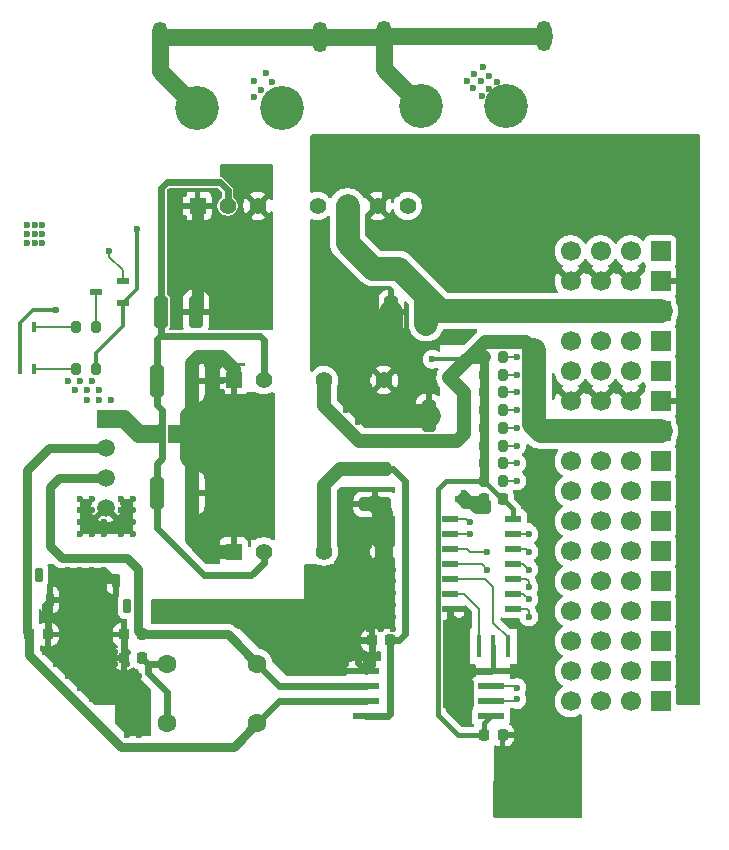
<source format=gtl>
%TF.GenerationSoftware,KiCad,Pcbnew,9.0.4*%
%TF.CreationDate,2025-09-17T23:10:00+09:00*%
%TF.ProjectId,CAN_Isolation_mini,43414e5f-4973-46f6-9c61-74696f6e5f6d,Ver.1.0*%
%TF.SameCoordinates,Original*%
%TF.FileFunction,Copper,L1,Top*%
%TF.FilePolarity,Positive*%
%FSLAX46Y46*%
G04 Gerber Fmt 4.6, Leading zero omitted, Abs format (unit mm)*
G04 Created by KiCad (PCBNEW 9.0.4) date 2025-09-17 23:10:00*
%MOMM*%
%LPD*%
G01*
G04 APERTURE LIST*
G04 Aperture macros list*
%AMRoundRect*
0 Rectangle with rounded corners*
0 $1 Rounding radius*
0 $2 $3 $4 $5 $6 $7 $8 $9 X,Y pos of 4 corners*
0 Add a 4 corners polygon primitive as box body*
4,1,4,$2,$3,$4,$5,$6,$7,$8,$9,$2,$3,0*
0 Add four circle primitives for the rounded corners*
1,1,$1+$1,$2,$3*
1,1,$1+$1,$4,$5*
1,1,$1+$1,$6,$7*
1,1,$1+$1,$8,$9*
0 Add four rect primitives between the rounded corners*
20,1,$1+$1,$2,$3,$4,$5,0*
20,1,$1+$1,$4,$5,$6,$7,0*
20,1,$1+$1,$6,$7,$8,$9,0*
20,1,$1+$1,$8,$9,$2,$3,0*%
G04 Aperture macros list end*
%TA.AperFunction,ComponentPad*%
%ADD10C,3.716000*%
%TD*%
%TA.AperFunction,ComponentPad*%
%ADD11O,1.300000X2.600000*%
%TD*%
%TA.AperFunction,SMDPad,CuDef*%
%ADD12RoundRect,0.225000X-0.225000X-0.250000X0.225000X-0.250000X0.225000X0.250000X-0.225000X0.250000X0*%
%TD*%
%TA.AperFunction,SMDPad,CuDef*%
%ADD13RoundRect,0.200000X-0.200000X-0.275000X0.200000X-0.275000X0.200000X0.275000X-0.200000X0.275000X0*%
%TD*%
%TA.AperFunction,SMDPad,CuDef*%
%ADD14R,2.253927X0.622132*%
%TD*%
%TA.AperFunction,ComponentPad*%
%ADD15R,1.700000X1.700000*%
%TD*%
%TA.AperFunction,ComponentPad*%
%ADD16C,1.700000*%
%TD*%
%TA.AperFunction,ComponentPad*%
%ADD17R,1.508000X1.508000*%
%TD*%
%TA.AperFunction,ComponentPad*%
%ADD18C,1.508000*%
%TD*%
%TA.AperFunction,SMDPad,CuDef*%
%ADD19R,0.690000X0.320000*%
%TD*%
%TA.AperFunction,SMDPad,CuDef*%
%ADD20R,1.000000X1.600000*%
%TD*%
%TA.AperFunction,SMDPad,CuDef*%
%ADD21RoundRect,0.250000X-0.325000X-1.100000X0.325000X-1.100000X0.325000X1.100000X-0.325000X1.100000X0*%
%TD*%
%TA.AperFunction,ComponentPad*%
%ADD22C,1.600000*%
%TD*%
%TA.AperFunction,SMDPad,CuDef*%
%ADD23R,1.016000X0.558800*%
%TD*%
%TA.AperFunction,SMDPad,CuDef*%
%ADD24RoundRect,0.075000X0.225000X-0.540000X0.225000X0.540000X-0.225000X0.540000X-0.225000X-0.540000X0*%
%TD*%
%TA.AperFunction,SMDPad,CuDef*%
%ADD25R,0.393700X0.812800*%
%TD*%
%TA.AperFunction,ComponentPad*%
%ADD26R,1.397000X1.397000*%
%TD*%
%TA.AperFunction,ComponentPad*%
%ADD27C,1.397000*%
%TD*%
%TA.AperFunction,SMDPad,CuDef*%
%ADD28R,1.397000X0.558800*%
%TD*%
%TA.AperFunction,SMDPad,CuDef*%
%ADD29RoundRect,0.225000X0.225000X0.250000X-0.225000X0.250000X-0.225000X-0.250000X0.225000X-0.250000X0*%
%TD*%
%TA.AperFunction,SMDPad,CuDef*%
%ADD30RoundRect,0.250000X0.325000X1.100000X-0.325000X1.100000X-0.325000X-1.100000X0.325000X-1.100000X0*%
%TD*%
%TA.AperFunction,SMDPad,CuDef*%
%ADD31R,0.400000X1.900000*%
%TD*%
%TA.AperFunction,SMDPad,CuDef*%
%ADD32RoundRect,0.250000X-1.100000X0.325000X-1.100000X-0.325000X1.100000X-0.325000X1.100000X0.325000X0*%
%TD*%
%TA.AperFunction,SMDPad,CuDef*%
%ADD33RoundRect,0.075000X-0.225000X0.540000X-0.225000X-0.540000X0.225000X-0.540000X0.225000X0.540000X0*%
%TD*%
%TA.AperFunction,ViaPad*%
%ADD34C,0.600000*%
%TD*%
%TA.AperFunction,Conductor*%
%ADD35C,1.400000*%
%TD*%
%TA.AperFunction,Conductor*%
%ADD36C,0.600000*%
%TD*%
%TA.AperFunction,Conductor*%
%ADD37C,1.500000*%
%TD*%
%TA.AperFunction,Conductor*%
%ADD38C,0.400000*%
%TD*%
%TA.AperFunction,Conductor*%
%ADD39C,1.200000*%
%TD*%
%TA.AperFunction,Conductor*%
%ADD40C,1.100000*%
%TD*%
%TA.AperFunction,Conductor*%
%ADD41C,1.000000*%
%TD*%
%TA.AperFunction,Conductor*%
%ADD42C,0.800000*%
%TD*%
%TA.AperFunction,Conductor*%
%ADD43C,0.200000*%
%TD*%
%TA.AperFunction,Conductor*%
%ADD44C,2.000000*%
%TD*%
%TA.AperFunction,Conductor*%
%ADD45C,0.300000*%
%TD*%
G04 APERTURE END LIST*
D10*
%TO.P,J22,1,1*%
%TO.N,BAT_12V*%
X131762000Y-67087000D03*
%TO.P,J22,2,2*%
%TO.N,BAT_GND*%
X124562000Y-67087000D03*
D11*
%TO.P,J22,S1,SHIELD*%
X134912000Y-61087000D03*
%TO.P,J22,S2,SHIELD*%
X121412000Y-61087000D03*
%TD*%
D10*
%TO.P,J21,1,1*%
%TO.N,BAT_12V*%
X112801000Y-67214000D03*
%TO.P,J21,2,2*%
%TO.N,BAT_GND*%
X105601000Y-67214000D03*
D11*
%TO.P,J21,S1,SHIELD*%
X115951000Y-61214000D03*
%TO.P,J21,S2,SHIELD*%
X102451000Y-61214000D03*
%TD*%
D12*
%TO.P,C7,1*%
%TO.N,GND_VP*%
X129882095Y-100294905D03*
%TO.P,C7,2*%
%TO.N,+3.3VP*%
X131432095Y-100294905D03*
%TD*%
D13*
%TO.P,R9,1*%
%TO.N,Net-(LED1-Pad1)*%
X95332095Y-89294905D03*
%TO.P,R9,2*%
%TO.N,GND_VP*%
X96982095Y-89294905D03*
%TD*%
D14*
%TO.P,U2,1,VCC1*%
%TO.N,+3.3VP*%
X130457618Y-118699905D03*
%TO.P,U2,2,TXD*%
%TO.N,Net-(U1-TXCAN)*%
X130457618Y-117429905D03*
%TO.P,U2,3,RXD*%
%TO.N,Net-(U1-RXCAN)*%
X130457618Y-116159905D03*
%TO.P,U2,4,GND1*%
%TO.N,GND_VP*%
X130457618Y-114889905D03*
%TO.P,U2,5,GND2*%
%TO.N,GND_5VCAN*%
X119856572Y-114889905D03*
%TO.P,U2,6,CANL*%
%TO.N,CAN_L*%
X119856572Y-116159905D03*
%TO.P,U2,7,CANH*%
%TO.N,CAN_H*%
X119856572Y-117429905D03*
%TO.P,U2,8,VCC2*%
%TO.N,+5VCAN*%
X119856572Y-118699905D03*
%TD*%
D15*
%TO.P,J6,1,Pin_1*%
%TO.N,unconnected-(J6-Pin_1-Pad1)*%
X144810000Y-89500000D03*
D16*
%TO.P,J6,2,Pin_2*%
%TO.N,unconnected-(J6-Pin_2-Pad2)*%
X142270000Y-89500000D03*
%TO.P,J6,3,Pin_3*%
%TO.N,unconnected-(J6-Pin_3-Pad3)*%
X139730000Y-89500000D03*
%TO.P,J6,4,Pin_4*%
%TO.N,unconnected-(J6-Pin_4-Pad4)*%
X137190000Y-89500000D03*
%TD*%
D15*
%TO.P,J3,1,Pin_1*%
%TO.N,GND_VP*%
X144810000Y-81880000D03*
D16*
%TO.P,J3,2,Pin_2*%
X142270000Y-81880000D03*
%TO.P,J3,3,Pin_3*%
X139730000Y-81880000D03*
%TO.P,J3,4,Pin_4*%
X137190000Y-81880000D03*
%TD*%
D17*
%TO.P,J1,1,1*%
%TO.N,BAT_12V*%
X97857095Y-93544905D03*
D18*
%TO.P,J1,2,2*%
%TO.N,CAN_H*%
X97857095Y-96044905D03*
%TO.P,J1,3,3*%
%TO.N,CAN_L*%
X97857095Y-98544905D03*
%TO.P,J1,4,4*%
%TO.N,BAT_GND*%
X97857095Y-101044905D03*
%TD*%
D12*
%TO.P,C10,1*%
%TO.N,CAN_H*%
X91382095Y-111794905D03*
%TO.P,C10,2*%
%TO.N,GND_5VCAN*%
X92932095Y-111794905D03*
%TD*%
D15*
%TO.P,J8,1,Pin_1*%
%TO.N,+3.3VP*%
X144810000Y-94580000D03*
D16*
%TO.P,J8,2,Pin_2*%
X142270000Y-94580000D03*
%TO.P,J8,3,Pin_3*%
X139730000Y-94580000D03*
%TO.P,J8,4,Pin_4*%
X137190000Y-94580000D03*
%TD*%
D15*
%TO.P,J11,1,Pin_1*%
%TO.N,CAN_LED*%
X144810000Y-102200000D03*
D16*
%TO.P,J11,2,Pin_2*%
X142270000Y-102200000D03*
%TO.P,J11,3,Pin_3*%
X139730000Y-102200000D03*
%TO.P,J11,4,Pin_4*%
X137190000Y-102200000D03*
%TD*%
D15*
%TO.P,J17,1,Pin_1*%
%TO.N,unconnected-(J17-Pin_1-Pad1)*%
X144810000Y-117440000D03*
D16*
%TO.P,J17,2,Pin_2*%
%TO.N,unconnected-(J17-Pin_2-Pad2)*%
X142270000Y-117440000D03*
%TO.P,J17,3,Pin_3*%
%TO.N,unconnected-(J17-Pin_3-Pad3)*%
X139730000Y-117440000D03*
%TO.P,J17,4,Pin_4*%
%TO.N,unconnected-(J17-Pin_4-Pad4)*%
X137190000Y-117440000D03*
%TD*%
D19*
%TO.P,U5,1,GND*%
%TO.N,BAT_GND*%
X104677095Y-95444905D03*
%TO.P,U5,2,GND*%
X104677095Y-94794905D03*
%TO.P,U5,3,GND*%
X104677095Y-94144905D03*
%TO.P,U5,4,IN*%
%TO.N,BAT_12V*%
X102637095Y-94144905D03*
%TO.P,U5,5,IN*%
X102637095Y-94794905D03*
%TO.P,U5,6,IN*%
X102637095Y-95444905D03*
D20*
%TO.P,U5,7,GND*%
%TO.N,BAT_GND*%
X103657095Y-94794905D03*
%TD*%
D15*
%TO.P,J15,1,Pin_1*%
%TO.N,CAN_SCK*%
X144810000Y-112360000D03*
D16*
%TO.P,J15,2,Pin_2*%
X142270000Y-112360000D03*
%TO.P,J15,3,Pin_3*%
X139730000Y-112360000D03*
%TO.P,J15,4,Pin_4*%
X137190000Y-112360000D03*
%TD*%
D15*
%TO.P,J13,1,Pin_1*%
%TO.N,CAN_SDO*%
X144810000Y-107280000D03*
D16*
%TO.P,J13,2,Pin_2*%
X142270000Y-107280000D03*
%TO.P,J13,3,Pin_3*%
X139730000Y-107280000D03*
%TO.P,J13,4,Pin_4*%
X137190000Y-107280000D03*
%TD*%
D21*
%TO.P,C2,1*%
%TO.N,BAT_12V*%
X102182095Y-99794905D03*
%TO.P,C2,2*%
%TO.N,BAT_GND*%
X105132095Y-99794905D03*
%TD*%
D22*
%TO.P,R12,1*%
%TO.N,Net-(C12-Pad1)*%
X103037095Y-114294905D03*
%TO.P,R12,2*%
%TO.N,CAN_L*%
X110657095Y-114294905D03*
%TD*%
D12*
%TO.P,C5,1*%
%TO.N,+3.3VP*%
X129882095Y-120294905D03*
%TO.P,C5,2*%
%TO.N,GND_VP*%
X131432095Y-120294905D03*
%TD*%
D23*
%TO.P,U6,1*%
%TO.N,GND_VP*%
X99300095Y-83744906D03*
%TO.P,U6,2*%
%TO.N,CAN_LED*%
X99300095Y-81844904D03*
%TO.P,U6,3*%
%TO.N,Net-(R10-Pad2)*%
X97014095Y-82794905D03*
%TD*%
D15*
%TO.P,J16,1,Pin_1*%
%TO.N,unconnected-(J16-Pin_1-Pad1)*%
X144810000Y-114900000D03*
D16*
%TO.P,J16,2,Pin_2*%
%TO.N,unconnected-(J16-Pin_2-Pad2)*%
X142270000Y-114900000D03*
%TO.P,J16,3,Pin_3*%
%TO.N,unconnected-(J16-Pin_3-Pad3)*%
X139730000Y-114900000D03*
%TO.P,J16,4,Pin_4*%
%TO.N,unconnected-(J16-Pin_4-Pad4)*%
X137190000Y-114900000D03*
%TD*%
D15*
%TO.P,J7,1,Pin_1*%
%TO.N,GND_VP*%
X144810000Y-92040000D03*
D16*
%TO.P,J7,2,Pin_2*%
X142270000Y-92040000D03*
%TO.P,J7,3,Pin_3*%
X139730000Y-92040000D03*
%TO.P,J7,4,Pin_4*%
X137190000Y-92040000D03*
%TD*%
D12*
%TO.P,C11,1*%
%TO.N,GND_5VCAN*%
X99382095Y-111794905D03*
%TO.P,C11,2*%
%TO.N,CAN_L*%
X100932095Y-111794905D03*
%TD*%
D24*
%TO.P,D1,1*%
%TO.N,CAN_H*%
X91207095Y-108854905D03*
%TO.P,D1,2*%
%TO.N,GND_5VCAN*%
X93107095Y-108854905D03*
%TO.P,D1,3*%
%TO.N,unconnected-(D1-Pad3)*%
X92157095Y-106734905D03*
%TD*%
D25*
%TO.P,LED2,1*%
%TO.N,Net-(LED2-Pad1)*%
X91760345Y-85794905D03*
%TO.P,LED2,2*%
%TO.N,+3.3VP*%
X90553845Y-85794905D03*
%TD*%
D15*
%TO.P,J10,1,Pin_1*%
%TO.N,unconnected-(J10-Pin_1-Pad1)*%
X144810000Y-99660000D03*
D16*
%TO.P,J10,2,Pin_2*%
%TO.N,unconnected-(J10-Pin_2-Pad2)*%
X142270000Y-99660000D03*
%TO.P,J10,3,Pin_3*%
%TO.N,unconnected-(J10-Pin_3-Pad3)*%
X139730000Y-99660000D03*
%TO.P,J10,4,Pin_4*%
%TO.N,unconnected-(J10-Pin_4-Pad4)*%
X137190000Y-99660000D03*
%TD*%
D21*
%TO.P,C8,1*%
%TO.N,BAT_12V*%
X102525000Y-84500000D03*
%TO.P,C8,2*%
%TO.N,BAT_GND*%
X105475000Y-84500000D03*
%TD*%
D26*
%TO.P,U3,1,-VIN*%
%TO.N,BAT_GND*%
X108680095Y-90270905D03*
D27*
%TO.P,U3,2,+VIN*%
%TO.N,BAT_12V*%
X111220095Y-90270905D03*
%TO.P,U3,3,+VOUT*%
%TO.N,+3.3VP*%
X116300095Y-90270905D03*
%TO.P,U3,4,-VOUT*%
%TO.N,GND_VP*%
X121380095Y-90270905D03*
%TD*%
D26*
%TO.P,U4,1,-VIN*%
%TO.N,BAT_GND*%
X108680095Y-104770905D03*
D27*
%TO.P,U4,2,+VIN*%
%TO.N,BAT_12V*%
X111220095Y-104770905D03*
%TO.P,U4,3,+VOUT*%
%TO.N,+5VCAN*%
X116300095Y-104770905D03*
%TO.P,U4,4,-VOUT*%
%TO.N,GND_5VCAN*%
X121380095Y-104770905D03*
%TD*%
D15*
%TO.P,J9,1,Pin_1*%
%TO.N,unconnected-(J9-Pin_1-Pad1)*%
X144810000Y-97120000D03*
D16*
%TO.P,J9,2,Pin_2*%
%TO.N,unconnected-(J9-Pin_2-Pad2)*%
X142270000Y-97120000D03*
%TO.P,J9,3,Pin_3*%
%TO.N,unconnected-(J9-Pin_3-Pad3)*%
X139730000Y-97120000D03*
%TO.P,J9,4,Pin_4*%
%TO.N,unconnected-(J9-Pin_4-Pad4)*%
X137190000Y-97120000D03*
%TD*%
D13*
%TO.P,R5,1*%
%TO.N,+3.3VP*%
X129832095Y-92794905D03*
%TO.P,R5,2*%
%TO.N,CAN_GPIO0*%
X131482095Y-92794905D03*
%TD*%
%TO.P,R3,1*%
%TO.N,+3.3VP*%
X129832095Y-95794905D03*
%TO.P,R3,2*%
%TO.N,CAN_SDI*%
X131482095Y-95794905D03*
%TD*%
D28*
%TO.P,U1,1,TXCAN*%
%TO.N,Net-(U1-TXCAN)*%
X127002795Y-101984905D03*
%TO.P,U1,2,RXCAN*%
%TO.N,Net-(U1-RXCAN)*%
X127002795Y-103254905D03*
%TO.P,U1,3,CLKO/SOF*%
%TO.N,CAN_CLK*%
X127002795Y-104524905D03*
%TO.P,U1,4,\u002AINT*%
%TO.N,CAN_INT*%
X127002795Y-105794905D03*
%TO.P,U1,5,OSC2*%
%TO.N,Net-(U1-OSC2)*%
X127002795Y-107064905D03*
%TO.P,U1,6,OSC1*%
%TO.N,Net-(U1-OSC1)*%
X127002795Y-108334905D03*
%TO.P,U1,7,VSS*%
%TO.N,GND_VP*%
X127002795Y-109604905D03*
%TO.P,U1,8,\u002AINT1/GPIO1*%
%TO.N,CAN_GPIO1*%
X132311395Y-109604905D03*
%TO.P,U1,9,\u002AINT0/GPIO0/XSTBY*%
%TO.N,CAN_GPIO0*%
X132311395Y-108334905D03*
%TO.P,U1,10,SCK*%
%TO.N,CAN_SCK*%
X132311395Y-107064905D03*
%TO.P,U1,11,SDI*%
%TO.N,CAN_SDI*%
X132311395Y-105794905D03*
%TO.P,U1,12,SDO*%
%TO.N,CAN_SDO*%
X132311395Y-104524905D03*
%TO.P,U1,13,NCS*%
%TO.N,CAN_CS*%
X132311395Y-103254905D03*
%TO.P,U1,14,VDD*%
%TO.N,+3.3VP*%
X132311395Y-101984905D03*
%TD*%
D25*
%TO.P,LED1,1*%
%TO.N,Net-(LED1-Pad1)*%
X91760345Y-89294905D03*
%TO.P,LED1,2*%
%TO.N,+3.3VP*%
X90553845Y-89294905D03*
%TD*%
D26*
%TO.P,U7,1,-VIN*%
%TO.N,BAT_GND*%
X105610000Y-75500000D03*
D27*
%TO.P,U7,2,+VIN*%
%TO.N,BAT_12V*%
X108150000Y-75500000D03*
%TO.P,U7,3,RC*%
%TO.N,BAT_GND*%
X110690000Y-75500000D03*
%TO.P,U7,5,NC*%
%TO.N,unconnected-(U7-NC-Pad5)*%
X115770000Y-75500000D03*
%TO.P,U7,6,+VOUT*%
%TO.N,+5VP*%
X118310000Y-75500000D03*
%TO.P,U7,7,-VOUT*%
%TO.N,GND_VP*%
X120850000Y-75500000D03*
%TO.P,U7,8,NC*%
%TO.N,unconnected-(U7-NC-Pad8)*%
X123390000Y-75500000D03*
%TD*%
D13*
%TO.P,R2,1*%
%TO.N,+3.3VP*%
X129832095Y-97294905D03*
%TO.P,R2,2*%
%TO.N,CAN_SDO*%
X131482095Y-97294905D03*
%TD*%
D21*
%TO.P,C1,1*%
%TO.N,BAT_12V*%
X102182095Y-90294905D03*
%TO.P,C1,2*%
%TO.N,BAT_GND*%
X105132095Y-90294905D03*
%TD*%
D29*
%TO.P,C6,1*%
%TO.N,+5VCAN*%
X121932095Y-112294905D03*
%TO.P,C6,2*%
%TO.N,GND_5VCAN*%
X120382095Y-112294905D03*
%TD*%
%TO.P,C12,1*%
%TO.N,Net-(C12-Pad1)*%
X100932095Y-113794905D03*
%TO.P,C12,2*%
%TO.N,GND_5VCAN*%
X99382095Y-113794905D03*
%TD*%
D22*
%TO.P,R11,1*%
%TO.N,CAN_H*%
X110657095Y-119294905D03*
%TO.P,R11,2*%
%TO.N,Net-(C12-Pad1)*%
X103037095Y-119294905D03*
%TD*%
D30*
%TO.P,C3,1*%
%TO.N,+3.3VP*%
X128132095Y-93294905D03*
%TO.P,C3,2*%
%TO.N,GND_VP*%
X125182095Y-93294905D03*
%TD*%
D15*
%TO.P,J2,1,Pin_1*%
%TO.N,unconnected-(J2-Pin_1-Pad1)*%
X144810000Y-79340000D03*
D16*
%TO.P,J2,2,Pin_2*%
%TO.N,unconnected-(J2-Pin_2-Pad2)*%
X142270000Y-79340000D03*
%TO.P,J2,3,Pin_3*%
%TO.N,unconnected-(J2-Pin_3-Pad3)*%
X139730000Y-79340000D03*
%TO.P,J2,4,Pin_4*%
%TO.N,unconnected-(J2-Pin_4-Pad4)*%
X137190000Y-79340000D03*
%TD*%
D15*
%TO.P,J5,1,Pin_1*%
%TO.N,unconnected-(J5-Pin_1-Pad1)*%
X144810000Y-86960000D03*
D16*
%TO.P,J5,2,Pin_2*%
%TO.N,unconnected-(J5-Pin_2-Pad2)*%
X142270000Y-86960000D03*
%TO.P,J5,3,Pin_3*%
%TO.N,unconnected-(J5-Pin_3-Pad3)*%
X139730000Y-86960000D03*
%TO.P,J5,4,Pin_4*%
%TO.N,unconnected-(J5-Pin_4-Pad4)*%
X137190000Y-86960000D03*
%TD*%
D31*
%TO.P,Y1,1*%
%TO.N,Net-(U1-OSC2)*%
X131857095Y-112794905D03*
%TO.P,Y1,2*%
%TO.N,GND_VP*%
X130657095Y-112794905D03*
%TO.P,Y1,3*%
%TO.N,Net-(U1-OSC1)*%
X129457095Y-112794905D03*
%TD*%
D32*
%TO.P,C4,1*%
%TO.N,+5VCAN*%
X120657095Y-97819905D03*
%TO.P,C4,2*%
%TO.N,GND_5VCAN*%
X120657095Y-100769905D03*
%TD*%
D30*
%TO.P,C9,1*%
%TO.N,+5VP*%
X124975000Y-84500000D03*
%TO.P,C9,2*%
%TO.N,GND_VP*%
X122025000Y-84500000D03*
%TD*%
D33*
%TO.P,D2,1*%
%TO.N,CAN_L*%
X100607095Y-107234905D03*
%TO.P,D2,2*%
%TO.N,GND_5VCAN*%
X98707095Y-107234905D03*
%TO.P,D2,3*%
%TO.N,unconnected-(D2-Pad3)*%
X99657095Y-109354905D03*
%TD*%
D15*
%TO.P,J14,1,Pin_1*%
%TO.N,CAN_SDI*%
X144810000Y-109820000D03*
D16*
%TO.P,J14,2,Pin_2*%
X142270000Y-109820000D03*
%TO.P,J14,3,Pin_3*%
X139730000Y-109820000D03*
%TO.P,J14,4,Pin_4*%
X137190000Y-109820000D03*
%TD*%
D15*
%TO.P,J4,1,Pin_1*%
%TO.N,+5VP*%
X144810000Y-84420000D03*
D16*
%TO.P,J4,2,Pin_2*%
X142270000Y-84420000D03*
%TO.P,J4,3,Pin_3*%
X139730000Y-84420000D03*
%TO.P,J4,4,Pin_4*%
X137190000Y-84420000D03*
%TD*%
D15*
%TO.P,J12,1,Pin_1*%
%TO.N,CAN_CS*%
X144810000Y-104740000D03*
D16*
%TO.P,J12,2,Pin_2*%
X142270000Y-104740000D03*
%TO.P,J12,3,Pin_3*%
X139730000Y-104740000D03*
%TO.P,J12,4,Pin_4*%
X137190000Y-104740000D03*
%TD*%
D13*
%TO.P,R10,1*%
%TO.N,Net-(LED2-Pad1)*%
X95332095Y-85794905D03*
%TO.P,R10,2*%
%TO.N,Net-(R10-Pad2)*%
X96982095Y-85794905D03*
%TD*%
%TO.P,R6,1*%
%TO.N,+3.3VP*%
X129832095Y-91294905D03*
%TO.P,R6,2*%
%TO.N,CAN_GPIO1*%
X131482095Y-91294905D03*
%TD*%
%TO.P,R1,1*%
%TO.N,+3.3VP*%
X129832095Y-98794905D03*
%TO.P,R1,2*%
%TO.N,CAN_CS*%
X131482095Y-98794905D03*
%TD*%
%TO.P,R7,1*%
%TO.N,+3.3VP*%
X129832095Y-88294905D03*
%TO.P,R7,2*%
%TO.N,CAN_CLK*%
X131482095Y-88294905D03*
%TD*%
%TO.P,R8,1*%
%TO.N,+3.3VP*%
X129832095Y-89794905D03*
%TO.P,R8,2*%
%TO.N,CAN_INT*%
X131482095Y-89794905D03*
%TD*%
%TO.P,R4,1*%
%TO.N,+3.3VP*%
X129832095Y-94294905D03*
%TO.P,R4,2*%
%TO.N,CAN_SCK*%
X131482095Y-94294905D03*
%TD*%
D34*
%TO.N,BAT_12V*%
X92456000Y-78613000D03*
X91821000Y-78613000D03*
X91186000Y-78613000D03*
X92456000Y-77851000D03*
X91821000Y-77851000D03*
X91186000Y-77851000D03*
X92456000Y-77089000D03*
X91821000Y-77089000D03*
X91186000Y-77089000D03*
X96647000Y-90297000D03*
X95631000Y-90297000D03*
X94615000Y-90297000D03*
X95250000Y-91059000D03*
X97282000Y-91059000D03*
X96266000Y-91059000D03*
X96266000Y-91948000D03*
X97282000Y-91948000D03*
X98298000Y-91948000D03*
X110363000Y-64897000D03*
X111379000Y-64262000D03*
X110363000Y-66294000D03*
X110998000Y-65659000D03*
X111887000Y-65024000D03*
X128397000Y-64897000D03*
X129794000Y-63754000D03*
X130302000Y-64516000D03*
X128905000Y-65532000D03*
X129667000Y-66167000D03*
X130937000Y-65024000D03*
X128984500Y-64309500D03*
X129619500Y-64944500D03*
X130254500Y-65579500D03*
%TO.N,BAT_GND*%
X110657095Y-94270905D03*
X109657095Y-99294905D03*
X107657095Y-92294905D03*
X111657095Y-94294905D03*
X106657095Y-98294905D03*
X108000000Y-84500000D03*
X99157095Y-101294905D03*
X108657095Y-95294905D03*
X110000000Y-76500000D03*
X107657095Y-90294905D03*
X106657095Y-95294905D03*
X106657095Y-94294905D03*
X107000000Y-80500000D03*
X111000000Y-83500000D03*
X109657095Y-95294905D03*
X107657095Y-97294905D03*
X108657095Y-100294905D03*
X111000000Y-80500000D03*
X103500000Y-79500000D03*
X103500000Y-77500000D03*
X99157095Y-102294905D03*
X108657095Y-92294905D03*
X95657095Y-100294905D03*
X109657095Y-102294905D03*
X108657095Y-93294905D03*
X107657095Y-103294905D03*
X100157095Y-100294905D03*
X106657095Y-90294905D03*
X109657095Y-101294905D03*
X107657095Y-93294905D03*
X96657095Y-103294905D03*
X97657095Y-102294905D03*
X106657095Y-97294905D03*
X110000000Y-84500000D03*
X108657095Y-102294905D03*
X107000000Y-79500000D03*
X108657095Y-103294905D03*
X107000000Y-84500000D03*
X103500000Y-80500000D03*
X110657095Y-97294905D03*
X109000000Y-84500000D03*
X110657095Y-93294905D03*
X108000000Y-79500000D03*
X95657095Y-103294905D03*
X107000000Y-85500000D03*
X108000000Y-85500000D03*
X110000000Y-85500000D03*
X108657095Y-96294905D03*
X104000000Y-84500000D03*
X111657095Y-99294905D03*
X95657095Y-101294905D03*
X109000000Y-78500000D03*
X110657095Y-100294905D03*
X96657095Y-102294905D03*
X108000000Y-78500000D03*
X104500000Y-80500000D03*
X111657095Y-100294905D03*
X110000000Y-81500000D03*
X109657095Y-100294905D03*
X110000000Y-78500000D03*
X111657095Y-93294905D03*
X107657095Y-99294905D03*
X108657095Y-98294905D03*
X104500000Y-77500000D03*
X108657095Y-97294905D03*
X110000000Y-77500000D03*
X109657095Y-98294905D03*
X110657095Y-95294905D03*
X107657095Y-95294905D03*
X109000000Y-85500000D03*
X108000000Y-82500000D03*
X111000000Y-85500000D03*
X111000000Y-84500000D03*
X103500000Y-78500000D03*
X99157095Y-100294905D03*
X110000000Y-83500000D03*
X104500000Y-75500000D03*
X107000000Y-74500000D03*
X106657095Y-100294905D03*
X111657095Y-95294905D03*
X109000000Y-83500000D03*
X96657095Y-100294905D03*
X104000000Y-85500000D03*
X103500000Y-74500000D03*
X108657095Y-94294905D03*
X111657095Y-102294905D03*
X108657095Y-101294905D03*
X109000000Y-77500000D03*
X107657095Y-100294905D03*
X106657095Y-92294905D03*
X109657095Y-93294905D03*
X109657095Y-92294905D03*
X100157095Y-101294905D03*
X109657095Y-103294905D03*
X107657095Y-101294905D03*
X111657095Y-92294905D03*
X104000000Y-83500000D03*
X111000000Y-82500000D03*
X107657095Y-102294905D03*
X107000000Y-78500000D03*
X109000000Y-80500000D03*
X103500000Y-75500000D03*
X109657095Y-97294905D03*
X109000000Y-81500000D03*
X104500000Y-79500000D03*
X110657095Y-101294905D03*
X109000000Y-76500000D03*
X110657095Y-99294905D03*
X110000000Y-80500000D03*
X104500000Y-81500000D03*
X96657095Y-101294905D03*
X104500000Y-76500000D03*
X107000000Y-77500000D03*
X104500000Y-78500000D03*
X110657095Y-92294905D03*
X111000000Y-79500000D03*
X99157095Y-103294905D03*
X110657095Y-96294905D03*
X107657095Y-98294905D03*
X109657095Y-94294905D03*
X110000000Y-79500000D03*
X95657095Y-102294905D03*
X111657095Y-103294905D03*
X111000000Y-77500000D03*
X106657095Y-102294905D03*
X110657095Y-102294905D03*
X109000000Y-79500000D03*
X111657095Y-98294905D03*
X110657095Y-98294905D03*
X106657095Y-99294905D03*
X107657095Y-94294905D03*
X108000000Y-81500000D03*
X107000000Y-82500000D03*
X104500000Y-82500000D03*
X111657095Y-101294905D03*
X104500000Y-74500000D03*
X107000000Y-83500000D03*
X108657095Y-99294905D03*
X111657095Y-97294905D03*
X106657095Y-101294905D03*
X108000000Y-77500000D03*
X106657095Y-103294905D03*
X109657095Y-96294905D03*
X110000000Y-82500000D03*
X100157095Y-103294905D03*
X111000000Y-81500000D03*
X107657095Y-91294905D03*
X110657095Y-103294905D03*
X106657095Y-96294905D03*
X97657095Y-103294905D03*
X103500000Y-81500000D03*
X111657095Y-96294905D03*
X108000000Y-80500000D03*
X106657095Y-93294905D03*
X103500000Y-76500000D03*
X111000000Y-78500000D03*
X108000000Y-83500000D03*
X107000000Y-76500000D03*
X107657095Y-96294905D03*
X100157095Y-102294905D03*
X107000000Y-81500000D03*
X106657095Y-91294905D03*
X109000000Y-82500000D03*
%TO.N,GND_5VCAN*%
X120157095Y-107294905D03*
X113157095Y-114294905D03*
X111157095Y-109294905D03*
X118157095Y-114294905D03*
X97657095Y-114294905D03*
X115157095Y-109294905D03*
X96657095Y-109294905D03*
X107157095Y-110294905D03*
X116157095Y-108294905D03*
X95657095Y-111294905D03*
X122157095Y-106294905D03*
X97657095Y-113294905D03*
X122157095Y-111294905D03*
X97657095Y-117294905D03*
X120157095Y-109294905D03*
X93657095Y-113294905D03*
X95657095Y-112294905D03*
X97657095Y-108294905D03*
X121157095Y-106294905D03*
X117157095Y-109294905D03*
X108157095Y-109294905D03*
X118157095Y-111294905D03*
X94657095Y-110294905D03*
X122157095Y-107294905D03*
X118157095Y-112294905D03*
X108157095Y-110294905D03*
X118157095Y-102294905D03*
X120157095Y-102294905D03*
X97657095Y-109294905D03*
X106157095Y-109294905D03*
X113157095Y-112294905D03*
X122157095Y-110294905D03*
X95657095Y-114294905D03*
X113157095Y-109294905D03*
X96657095Y-110294905D03*
X97657095Y-106294905D03*
X96657095Y-115294905D03*
X96657095Y-113294905D03*
X103157095Y-109294905D03*
X119157095Y-113294905D03*
X119157095Y-102294905D03*
X96657095Y-117294905D03*
X117157095Y-114294905D03*
X102157095Y-109294905D03*
X114157095Y-109294905D03*
X99657095Y-116294905D03*
X94657095Y-114294905D03*
X100657095Y-115294905D03*
X114157095Y-114294905D03*
X100657095Y-117294905D03*
X93657095Y-110294905D03*
X115157095Y-112294905D03*
X94657095Y-109294905D03*
X121157095Y-108294905D03*
X114157095Y-111294905D03*
X95657095Y-113294905D03*
X98657095Y-117294905D03*
X120157095Y-106294905D03*
X119157095Y-108294905D03*
X114157095Y-110294905D03*
X99657095Y-115294905D03*
X112157095Y-110294905D03*
X111157095Y-112294905D03*
X96657095Y-111294905D03*
X99657095Y-113294905D03*
X109157095Y-109294905D03*
X121157095Y-109294905D03*
X96657095Y-114294905D03*
X120157095Y-105294905D03*
X96657095Y-107294905D03*
X115157095Y-107294905D03*
X121157095Y-111294905D03*
X117157095Y-111294905D03*
X96657095Y-116294905D03*
X94657095Y-108294905D03*
X111157095Y-111294905D03*
X117157095Y-113294905D03*
X116157095Y-111294905D03*
X95657095Y-115294905D03*
X112157095Y-112294905D03*
X115157095Y-106294905D03*
X97657095Y-111294905D03*
X97657095Y-110294905D03*
X105157095Y-109294905D03*
X114157095Y-113294905D03*
X114157095Y-112294905D03*
X94657095Y-113294905D03*
X122157095Y-109294905D03*
X99657095Y-114294905D03*
X93657095Y-106294905D03*
X121157095Y-110294905D03*
X120157095Y-108294905D03*
X120157095Y-110294905D03*
X118157095Y-103294905D03*
X112157095Y-109294905D03*
X119157095Y-104294905D03*
X95657095Y-109294905D03*
X118157095Y-107294905D03*
X93657095Y-107294905D03*
X104157095Y-109294905D03*
X122157095Y-108294905D03*
X113157095Y-111294905D03*
X118157095Y-104294905D03*
X113157095Y-110294905D03*
X117157095Y-108294905D03*
X105157095Y-110294905D03*
X119157095Y-110294905D03*
X119157095Y-109294905D03*
X102157095Y-110294905D03*
X95657095Y-106294905D03*
X120157095Y-104294905D03*
X97657095Y-112294905D03*
X117157095Y-107294905D03*
X98657095Y-109294905D03*
X95657095Y-107294905D03*
X98657095Y-110294905D03*
X94657095Y-106294905D03*
X115157095Y-114294905D03*
X100657095Y-116294905D03*
X103157095Y-110294905D03*
X94657095Y-112294905D03*
X116157095Y-113294905D03*
X92657095Y-110294905D03*
X96657095Y-112294905D03*
X118157095Y-113294905D03*
X116157095Y-109294905D03*
X116157095Y-110294905D03*
X119157095Y-106294905D03*
X121157095Y-107294905D03*
X107157095Y-109294905D03*
X92657095Y-113294905D03*
X111157095Y-110294905D03*
X96657095Y-108294905D03*
X97657095Y-107294905D03*
X98657095Y-114294905D03*
X119157095Y-107294905D03*
X118157095Y-106294905D03*
X94657095Y-115294905D03*
X110157095Y-109294905D03*
X110157095Y-111294905D03*
X120157095Y-111294905D03*
X118157095Y-109294905D03*
X99657095Y-117294905D03*
X109157095Y-110294905D03*
X115157095Y-108294905D03*
X95657095Y-116294905D03*
X115157095Y-113294905D03*
X119157095Y-111294905D03*
X93657095Y-114294905D03*
X116157095Y-106294905D03*
X94657095Y-111294905D03*
X117157095Y-112294905D03*
X116157095Y-107294905D03*
X116157095Y-114294905D03*
X120157095Y-103294905D03*
X118157095Y-105294905D03*
X119157095Y-112294905D03*
X117157095Y-110294905D03*
X98657095Y-115294905D03*
X118157095Y-110294905D03*
X97657095Y-115294905D03*
X117157095Y-106294905D03*
X113157095Y-113294905D03*
X94657095Y-107294905D03*
X115157095Y-111294905D03*
X104157095Y-110294905D03*
X98657095Y-116294905D03*
X119157095Y-103294905D03*
X118157095Y-108294905D03*
X98657095Y-113294905D03*
X112157095Y-111294905D03*
X106157095Y-110294905D03*
X116157095Y-112294905D03*
X115157095Y-110294905D03*
X95657095Y-110294905D03*
X119157095Y-105294905D03*
X110157095Y-110294905D03*
X95657095Y-108294905D03*
X96657095Y-106294905D03*
X97657095Y-116294905D03*
%TO.N,CAN_CS*%
X133657095Y-103294905D03*
X132657095Y-98794905D03*
%TO.N,CAN_SDO*%
X133657095Y-104794905D03*
X132657095Y-97294905D03*
%TO.N,CAN_SDI*%
X133657095Y-106294905D03*
X132657095Y-95794905D03*
%TO.N,CAN_SCK*%
X132657095Y-94294905D03*
X133657095Y-107794905D03*
%TO.N,CAN_GPIO0*%
X132657095Y-92794905D03*
X133657095Y-108794905D03*
%TO.N,CAN_GPIO1*%
X133657095Y-110294905D03*
X132657095Y-91294905D03*
%TO.N,CAN_CLK*%
X130157095Y-104794905D03*
X132657095Y-88294905D03*
%TO.N,CAN_INT*%
X132657095Y-89794905D03*
X130157095Y-106294905D03*
%TO.N,Net-(U1-RXCAN)*%
X128657095Y-103294905D03*
X132657095Y-116294905D03*
%TO.N,Net-(U1-TXCAN)*%
X128657095Y-102294905D03*
X132657095Y-117294905D03*
%TO.N,CAN_LED*%
X98157095Y-79294905D03*
%TO.N,GND_VP*%
X122157095Y-92794905D03*
X125500000Y-79000000D03*
X119157095Y-93794905D03*
X121157095Y-87794905D03*
X133000000Y-77000000D03*
X123157095Y-93794905D03*
X127657095Y-115794905D03*
X122157095Y-88794905D03*
X125500000Y-75500000D03*
X118157095Y-91794905D03*
X126657095Y-116794905D03*
X120157095Y-92794905D03*
X130157095Y-101294905D03*
X134000000Y-120000000D03*
X128657095Y-115794905D03*
X128657095Y-100294905D03*
X122500000Y-79000000D03*
X120500000Y-73500000D03*
X122157095Y-93794905D03*
X121157095Y-91794905D03*
X128157095Y-100794905D03*
X124500000Y-78000000D03*
X121500000Y-79000000D03*
X123157095Y-89794905D03*
X127657095Y-114794905D03*
X126657095Y-115794905D03*
X121500000Y-73500000D03*
X124500000Y-80000000D03*
X125500000Y-74500000D03*
X128157095Y-99794905D03*
X127657095Y-112794905D03*
X120157095Y-87794905D03*
X126657095Y-110794905D03*
X127657095Y-100294905D03*
X100500000Y-77500000D03*
X134000000Y-121000000D03*
X123500000Y-73500000D03*
X120157095Y-88794905D03*
X119157095Y-89794905D03*
X123500000Y-77000000D03*
X122500000Y-74500000D03*
X120500000Y-78000000D03*
X123157095Y-88794905D03*
X127657095Y-116794905D03*
X119157095Y-90794905D03*
X124500000Y-79000000D03*
X127657095Y-110794905D03*
X120500000Y-77000000D03*
X119157095Y-92794905D03*
X118157095Y-88794905D03*
X122157095Y-87794905D03*
X125500000Y-73500000D03*
X121157095Y-93794905D03*
X118157095Y-89794905D03*
X127657095Y-111794905D03*
X125500000Y-80000000D03*
X133000000Y-121000000D03*
X132000000Y-122000000D03*
X122500000Y-77000000D03*
X127657095Y-113794905D03*
X137000000Y-77000000D03*
X118157095Y-92794905D03*
X124500000Y-74500000D03*
X122157095Y-91794905D03*
X122500000Y-73500000D03*
X133000000Y-120000000D03*
X119157095Y-91794905D03*
X121157095Y-88794905D03*
X134000000Y-122000000D03*
X131000000Y-77000000D03*
X123157095Y-92794905D03*
X121500000Y-77000000D03*
X121500000Y-78000000D03*
X126657095Y-112794905D03*
X118157095Y-90794905D03*
X134000000Y-77000000D03*
X133000000Y-122000000D03*
X126657095Y-113794905D03*
X130000000Y-77000000D03*
X124500000Y-77000000D03*
X123157095Y-91794905D03*
X121500000Y-74500000D03*
X120157095Y-90794905D03*
X127657095Y-117794905D03*
X120157095Y-91794905D03*
X121157095Y-92794905D03*
X126657095Y-111794905D03*
X118157095Y-87794905D03*
X136000000Y-77000000D03*
X128657095Y-117794905D03*
X132000000Y-77000000D03*
X120157095Y-93794905D03*
X119157095Y-88794905D03*
X129157095Y-101294905D03*
X135000000Y-77000000D03*
X124500000Y-73500000D03*
X123500000Y-79000000D03*
X123157095Y-87794905D03*
X126657095Y-117794905D03*
X125500000Y-78000000D03*
X119157095Y-87794905D03*
X128657095Y-116794905D03*
X125500000Y-77000000D03*
X126657095Y-114794905D03*
X123157095Y-90794905D03*
X120157095Y-89794905D03*
X123500000Y-78000000D03*
X122500000Y-78000000D03*
X138000000Y-77000000D03*
%TO.N,+3.3VP*%
X122000000Y-95398305D03*
X125500000Y-88500000D03*
X123000000Y-95398305D03*
X93657095Y-84294905D03*
X124000000Y-95398305D03*
%TO.N,+5VP*%
X124162500Y-82337500D03*
X123662500Y-81837500D03*
X122500000Y-80810000D03*
X121500000Y-80810000D03*
X123162500Y-81337500D03*
%TO.N,GND_5VCAN*%
X99657095Y-120294905D03*
X99657095Y-119294905D03*
X99657095Y-118294905D03*
X100657095Y-120294905D03*
X100657095Y-118294905D03*
X100657095Y-119294905D03*
%TD*%
D35*
%TO.N,BAT_GND*%
X121412000Y-61087000D02*
X134912000Y-61087000D01*
X121412000Y-63937000D02*
X124562000Y-67087000D01*
X121412000Y-61087000D02*
X121412000Y-63937000D01*
X121285000Y-61214000D02*
X121412000Y-61087000D01*
X115951000Y-61214000D02*
X121285000Y-61214000D01*
X102451000Y-61214000D02*
X115951000Y-61214000D01*
X102451000Y-64064000D02*
X105601000Y-67214000D01*
X102451000Y-61214000D02*
X102451000Y-64064000D01*
D36*
%TO.N,BAT_12V*%
X102525000Y-86427000D02*
X102525000Y-84500000D01*
X102182095Y-102819905D02*
X106157095Y-106794905D01*
X102525000Y-84500000D02*
X102525000Y-73975000D01*
X103000000Y-73500000D02*
X107500000Y-73500000D01*
D37*
X97857095Y-93544905D02*
X99407095Y-93544905D01*
D36*
X102637095Y-94144905D02*
X102637095Y-95444905D01*
X111220095Y-105731905D02*
X111220095Y-104770905D01*
X108150000Y-74150000D02*
X108150000Y-75500000D01*
X110157095Y-106794905D02*
X111220095Y-105731905D01*
X102182095Y-99794905D02*
X102182095Y-102819905D01*
X110862190Y-86500000D02*
X111220095Y-86857905D01*
X102637095Y-95444905D02*
X102637095Y-96864905D01*
X102182095Y-97319905D02*
X102182095Y-99794905D01*
D37*
X100657095Y-94794905D02*
X102206095Y-94794905D01*
D36*
X102182095Y-86769905D02*
X102525000Y-86427000D01*
X107500000Y-73500000D02*
X108150000Y-74150000D01*
X102452000Y-86500000D02*
X110862190Y-86500000D01*
D37*
X99407095Y-93544905D02*
X100657095Y-94794905D01*
D36*
X102182095Y-90294905D02*
X102182095Y-86769905D01*
X102182095Y-86769905D02*
X102452000Y-86500000D01*
X102637095Y-96864905D02*
X102182095Y-97319905D01*
X102525000Y-73975000D02*
X103000000Y-73500000D01*
X102637095Y-92814905D02*
X102182095Y-92359905D01*
X102637095Y-94144905D02*
X102637095Y-92814905D01*
X106157095Y-106794905D02*
X110157095Y-106794905D01*
X102182095Y-92359905D02*
X102182095Y-90294905D01*
X111220095Y-86857905D02*
X111220095Y-90270905D01*
D38*
%TO.N,BAT_GND*%
X104307095Y-94144905D02*
X103657095Y-94794905D01*
D39*
X105132095Y-97319905D02*
X104677095Y-96864905D01*
X104677095Y-94144905D02*
X104677095Y-95444905D01*
D38*
X104677095Y-94794905D02*
X103657095Y-94794905D01*
D40*
X104677095Y-94144905D02*
X104677095Y-94794905D01*
D39*
X105132095Y-103769905D02*
X106133095Y-104770905D01*
X105132095Y-88819905D02*
X105657095Y-88294905D01*
X104677095Y-93224905D02*
X104677095Y-94144905D01*
X107657095Y-88294905D02*
X108680095Y-89317905D01*
D40*
X104677095Y-94794905D02*
X104677095Y-95444905D01*
D39*
X105132095Y-99794905D02*
X105132095Y-103769905D01*
D38*
X97857095Y-101044905D02*
X97857095Y-101094905D01*
D39*
X105132095Y-97319905D02*
X105132095Y-99794905D01*
D38*
X104677095Y-95444905D02*
X104307095Y-95444905D01*
X104307095Y-95444905D02*
X103657095Y-94794905D01*
D39*
X108680095Y-89317905D02*
X108680095Y-90270905D01*
X105132095Y-92769905D02*
X104677095Y-93224905D01*
D38*
X104677095Y-94144905D02*
X104307095Y-94144905D01*
D39*
X105132095Y-92769905D02*
X105132095Y-90294905D01*
X104677095Y-96864905D02*
X104677095Y-95444905D01*
D41*
X105610000Y-75500000D02*
X105610000Y-84365000D01*
D39*
X105657095Y-88294905D02*
X107657095Y-88294905D01*
X106133095Y-104770905D02*
X108680095Y-104770905D01*
X105132095Y-90294905D02*
X105132095Y-88819905D01*
D36*
%TO.N,GND_5VCAN*%
X98597095Y-107234905D02*
X97657095Y-106294905D01*
X119157095Y-113294905D02*
X119157095Y-114190428D01*
X99382095Y-111794905D02*
X99382095Y-113019905D01*
X92932095Y-111794905D02*
X92932095Y-110569905D01*
D37*
X121380095Y-104770905D02*
X121380095Y-105517905D01*
D36*
X120382095Y-112294905D02*
X120382095Y-114364382D01*
D37*
X121380095Y-104770905D02*
X121380095Y-101492905D01*
D36*
X120382095Y-112294905D02*
X119157095Y-112294905D01*
X92657095Y-110294905D02*
X93657095Y-110294905D01*
X120382095Y-114364382D02*
X119856572Y-114889905D01*
X119157095Y-114190428D02*
X119856572Y-114889905D01*
D37*
X121380095Y-101492905D02*
X120657095Y-100769905D01*
D36*
X92657095Y-110294905D02*
X92657095Y-109304905D01*
X92932095Y-110569905D02*
X92657095Y-110294905D01*
X92657095Y-109304905D02*
X93107095Y-108854905D01*
X99382095Y-113019905D02*
X99657095Y-113294905D01*
%TO.N,+5VCAN*%
X122657095Y-112294905D02*
X123157095Y-111794905D01*
X123157095Y-98794905D02*
X122182095Y-97819905D01*
D39*
X116300095Y-103151905D02*
X116300095Y-99151905D01*
D36*
X121932095Y-112294905D02*
X122657095Y-112294905D01*
X122182095Y-97819905D02*
X120657095Y-97819905D01*
D39*
X116300095Y-104770905D02*
X116300095Y-103151905D01*
D36*
X123157095Y-111794905D02*
X123157095Y-98794905D01*
D39*
X116300095Y-99151905D02*
X117632095Y-97819905D01*
X117632095Y-97819905D02*
X120657095Y-97819905D01*
D36*
X121932095Y-118519905D02*
X121932095Y-112294905D01*
X119856572Y-118699905D02*
X121752095Y-118699905D01*
X121752095Y-118699905D02*
X121932095Y-118519905D01*
D42*
%TO.N,CAN_H*%
X99157095Y-121294905D02*
X91382095Y-113519905D01*
X91207095Y-111619905D02*
X91382095Y-111794905D01*
X91207095Y-108854905D02*
X91207095Y-111619905D01*
D36*
X112522095Y-117429905D02*
X110657095Y-119294905D01*
D42*
X91382095Y-113519905D02*
X91382095Y-111794905D01*
X93007095Y-96044905D02*
X97857095Y-96044905D01*
X110657095Y-119294905D02*
X108657095Y-121294905D01*
D36*
X119856572Y-117429905D02*
X112522095Y-117429905D01*
D42*
X91207095Y-97844905D02*
X93007095Y-96044905D01*
X91207095Y-97844905D02*
X91207095Y-108854905D01*
X108657095Y-121294905D02*
X99157095Y-121294905D01*
%TO.N,CAN_L*%
X94157095Y-105294905D02*
X99657095Y-105294905D01*
X93157095Y-99294905D02*
X93157095Y-104294905D01*
X93907095Y-98544905D02*
X93157095Y-99294905D01*
X99657095Y-105294905D02*
X100607095Y-106244905D01*
X97857095Y-98544905D02*
X93907095Y-98544905D01*
X100607095Y-111469905D02*
X100932095Y-111794905D01*
X100607095Y-106244905D02*
X100607095Y-107234905D01*
X93157095Y-104294905D02*
X94157095Y-105294905D01*
X100607095Y-107234905D02*
X100607095Y-111469905D01*
X100932095Y-111794905D02*
X108157095Y-111794905D01*
D36*
X119856572Y-116159905D02*
X112522095Y-116159905D01*
X112522095Y-116159905D02*
X110657095Y-114294905D01*
D42*
X108157095Y-111794905D02*
X110657095Y-114294905D01*
D36*
%TO.N,Net-(C12-Pad1)*%
X103037095Y-114294905D02*
X101432095Y-114294905D01*
X101432095Y-114294905D02*
X100932095Y-113794905D01*
X103037095Y-116674905D02*
X103037095Y-119294905D01*
X101432095Y-115069905D02*
X103037095Y-116674905D01*
X101432095Y-114294905D02*
X101432095Y-115069905D01*
D43*
%TO.N,Net-(LED1-Pad1)*%
X91760345Y-89294905D02*
X95332095Y-89294905D01*
%TO.N,Net-(LED2-Pad1)*%
X91760345Y-85794905D02*
X95332095Y-85794905D01*
%TO.N,CAN_CS*%
X133657095Y-103294905D02*
X133617095Y-103254905D01*
X132657095Y-98794905D02*
X131482095Y-98794905D01*
X132311395Y-103254905D02*
X133617095Y-103254905D01*
X133657095Y-103294905D02*
X133657095Y-102994461D01*
%TO.N,CAN_SDO*%
X132311395Y-104524905D02*
X133387095Y-104524905D01*
X133657095Y-104794905D02*
X133387095Y-104524905D01*
X132657095Y-97294905D02*
X131482095Y-97294905D01*
%TO.N,CAN_SDI*%
X132311395Y-105794905D02*
X133157095Y-105794905D01*
X133157095Y-105794905D02*
X133657095Y-106294905D01*
X132657095Y-95794905D02*
X131482095Y-95794905D01*
%TO.N,CAN_SCK*%
X133427095Y-107064905D02*
X132311395Y-107064905D01*
X133657095Y-107294905D02*
X133427095Y-107064905D01*
X132657095Y-94294905D02*
X131482095Y-94294905D01*
X133657095Y-107794905D02*
X133657095Y-107294905D01*
%TO.N,CAN_GPIO0*%
X132311395Y-108334905D02*
X133197095Y-108334905D01*
X133197095Y-108334905D02*
X133657095Y-108794905D01*
X132657095Y-92794905D02*
X131482095Y-92794905D01*
%TO.N,CAN_GPIO1*%
X133657095Y-109794905D02*
X133467095Y-109604905D01*
X133657095Y-110294905D02*
X133657095Y-109794905D01*
X132657095Y-91294905D02*
X131482095Y-91294905D01*
X133467095Y-109604905D02*
X132311395Y-109604905D01*
%TO.N,CAN_CLK*%
X128657095Y-104794905D02*
X130157095Y-104794905D01*
X128387095Y-104524905D02*
X127002795Y-104524905D01*
X132657095Y-88294905D02*
X131482095Y-88294905D01*
X128387095Y-104524905D02*
X128657095Y-104794905D01*
%TO.N,CAN_INT*%
X129657095Y-105794905D02*
X130157095Y-106294905D01*
X127002795Y-105794905D02*
X129657095Y-105794905D01*
X132657095Y-89794905D02*
X131482095Y-89794905D01*
%TO.N,Net-(R10-Pad2)*%
X96982095Y-82826905D02*
X97014095Y-82794905D01*
X96982095Y-85794905D02*
X96982095Y-82826905D01*
%TO.N,Net-(U1-OSC2)*%
X130657095Y-107794905D02*
X130657095Y-110794905D01*
X130657095Y-110794905D02*
X131857095Y-111994905D01*
X127002795Y-107064905D02*
X129927095Y-107064905D01*
X129927095Y-107064905D02*
X130657095Y-107794905D01*
X131857095Y-111994905D02*
X131857095Y-112794905D01*
%TO.N,Net-(U1-OSC1)*%
X129457095Y-109594905D02*
X129457095Y-112794905D01*
X127002795Y-108334905D02*
X128197095Y-108334905D01*
X128197095Y-108334905D02*
X129457095Y-109594905D01*
%TO.N,Net-(U1-RXCAN)*%
X132657095Y-116294905D02*
X132522095Y-116159905D01*
X127002795Y-103254905D02*
X128617095Y-103254905D01*
X128657095Y-103294905D02*
X128617095Y-103254905D01*
X130457618Y-116159905D02*
X132522095Y-116159905D01*
%TO.N,Net-(U1-TXCAN)*%
X132522095Y-117429905D02*
X132657095Y-117294905D01*
X128347095Y-101984905D02*
X128657095Y-102294905D01*
X127002795Y-101984905D02*
X128347095Y-101984905D01*
X130457618Y-117429905D02*
X132522095Y-117429905D01*
%TO.N,CAN_LED*%
X98157095Y-79794905D02*
X99300095Y-80937905D01*
X99300095Y-80937905D02*
X99300095Y-81844904D01*
X98157095Y-79294905D02*
X98157095Y-79794905D01*
D44*
%TO.N,GND_VP*%
X122025000Y-84500000D02*
X122025000Y-87662810D01*
D36*
X127657095Y-115794905D02*
X128657095Y-115794905D01*
X126657095Y-115794905D02*
X127657095Y-115794905D01*
X126657095Y-113794905D02*
X127657095Y-113794905D01*
X128657095Y-100294905D02*
X128157095Y-99794905D01*
X126657095Y-114794905D02*
X127657095Y-114794905D01*
X129157095Y-101294905D02*
X130157095Y-101294905D01*
D45*
X99300095Y-83744906D02*
X100500000Y-82545001D01*
X96982095Y-89294905D02*
X96982095Y-87969905D01*
D36*
X128657095Y-117794905D02*
X127657095Y-117794905D01*
X129157095Y-100794905D02*
X128657095Y-100294905D01*
X126657095Y-115794905D02*
X126657095Y-114794905D01*
X126657095Y-112794905D02*
X127657095Y-112794905D01*
X127657095Y-113794905D02*
X127657095Y-114794905D01*
X127657095Y-110794905D02*
X127657095Y-111794905D01*
X128657095Y-100294905D02*
X127657095Y-100294905D01*
X128157095Y-100794905D02*
X128657095Y-100794905D01*
X128657095Y-100294905D02*
X128157095Y-100794905D01*
X128657095Y-100794905D02*
X129157095Y-101294905D01*
X129882095Y-100294905D02*
X129882095Y-100569905D01*
D44*
X125182095Y-93294905D02*
X124157095Y-93294905D01*
D36*
X127311395Y-110449205D02*
X127657095Y-110794905D01*
X130157095Y-100569905D02*
X129882095Y-100294905D01*
X127002795Y-109604905D02*
X127002795Y-110449205D01*
X128657095Y-116794905D02*
X127657095Y-116794905D01*
X128657095Y-115794905D02*
X128657095Y-116794905D01*
D45*
X96982095Y-87969905D02*
X99300095Y-85651905D01*
D38*
X130657095Y-112794905D02*
X130657095Y-114690428D01*
D43*
X122025000Y-87662810D02*
X122157095Y-87794905D01*
D36*
X129157095Y-101294905D02*
X129157095Y-100794905D01*
X127002795Y-110449205D02*
X127311395Y-110449205D01*
X126657095Y-116794905D02*
X127657095Y-116794905D01*
X127002795Y-110449205D02*
X126657095Y-110794905D01*
X127657095Y-114794905D02*
X127657095Y-115794905D01*
D38*
X130657095Y-114690428D02*
X130457618Y-114889905D01*
D36*
X126657095Y-111794905D02*
X127657095Y-111794905D01*
X127657095Y-115794905D02*
X127657095Y-116794905D01*
X126657095Y-113794905D02*
X126657095Y-112794905D01*
X127657095Y-111794905D02*
X127657095Y-112794905D01*
X126657095Y-116794905D02*
X126657095Y-115794905D01*
X127657095Y-116794905D02*
X127657095Y-117794905D01*
X129882095Y-100569905D02*
X129157095Y-101294905D01*
X128157095Y-100794905D02*
X127657095Y-100294905D01*
X126657095Y-117794905D02*
X126657095Y-116794905D01*
X126657095Y-112794905D02*
X126657095Y-111794905D01*
X127657095Y-112794905D02*
X127657095Y-113794905D01*
D45*
X99300095Y-85651905D02*
X99300095Y-83744906D01*
D36*
X126657095Y-114794905D02*
X126657095Y-113794905D01*
D45*
X100500000Y-82545001D02*
X100500000Y-77500000D01*
D36*
X130457618Y-114889905D02*
X127752095Y-114889905D01*
X127657095Y-100294905D02*
X128157095Y-99794905D01*
X130157095Y-101294905D02*
X130157095Y-100569905D01*
X128657095Y-116794905D02*
X128657095Y-117794905D01*
X127657095Y-117794905D02*
X126657095Y-117794905D01*
D38*
X127752095Y-114889905D02*
X127657095Y-114794905D01*
D36*
X129882095Y-100294905D02*
X128657095Y-100294905D01*
X126657095Y-111794905D02*
X126657095Y-110794905D01*
D42*
%TO.N,+3.3VP*%
X129832095Y-91294905D02*
X129832095Y-92794905D01*
X129832095Y-89794905D02*
X129832095Y-88294905D01*
D39*
X116300095Y-90270905D02*
X116300095Y-92427638D01*
X124000000Y-95398305D02*
X127553695Y-95398305D01*
D38*
X129882095Y-120294905D02*
X129882095Y-119275428D01*
X129832095Y-98794905D02*
X126657095Y-98794905D01*
D45*
X90553845Y-85398155D02*
X91657095Y-84294905D01*
D38*
X131432095Y-100294905D02*
X132311395Y-101174205D01*
D44*
X134110495Y-94000000D02*
X134690495Y-94580000D01*
D39*
X129952000Y-87000000D02*
X128657095Y-88294905D01*
D45*
X128452000Y-88500000D02*
X128657095Y-88294905D01*
D42*
X129832095Y-92794905D02*
X129832095Y-94294905D01*
D38*
X130157095Y-99069905D02*
X131382095Y-100294905D01*
D42*
X129832095Y-89794905D02*
X129832095Y-91294905D01*
D39*
X126932095Y-90019905D02*
X128657095Y-88294905D01*
D44*
X139730000Y-94580000D02*
X142270000Y-94580000D01*
D39*
X128132095Y-94819905D02*
X128132095Y-93294905D01*
X128132095Y-91269905D02*
X126932095Y-90069905D01*
D44*
X137190000Y-94580000D02*
X139730000Y-94580000D01*
D39*
X128657095Y-88294905D02*
X129000000Y-88294905D01*
X123000000Y-95398305D02*
X124000000Y-95398305D01*
D45*
X91657095Y-84294905D02*
X93657095Y-84294905D01*
X125500000Y-88500000D02*
X128452000Y-88500000D01*
D38*
X127657095Y-120294905D02*
X129882095Y-120294905D01*
X126657095Y-98794905D02*
X125950895Y-99501105D01*
D39*
X126932095Y-90069905D02*
X126932095Y-90019905D01*
D45*
X90553845Y-85794905D02*
X90553845Y-89294905D01*
D39*
X127553695Y-95398305D02*
X128132095Y-94819905D01*
D45*
X90553845Y-85794905D02*
X90553845Y-85398155D01*
D38*
X125950895Y-99501105D02*
X125950895Y-118588705D01*
D39*
X116300095Y-92427638D02*
X119270762Y-95398305D01*
D38*
X132311395Y-101174205D02*
X132311395Y-101984905D01*
D42*
X129832095Y-95794905D02*
X129832095Y-97294905D01*
D39*
X122000000Y-95398305D02*
X123000000Y-95398305D01*
X134110495Y-87692887D02*
X133417608Y-87000000D01*
D38*
X125950895Y-118588705D02*
X127657095Y-120294905D01*
D44*
X134690495Y-94580000D02*
X137190000Y-94580000D01*
D39*
X133417608Y-87000000D02*
X129952000Y-87000000D01*
D42*
X129832095Y-94294905D02*
X129832095Y-95794905D01*
D39*
X128132095Y-93294905D02*
X128132095Y-91269905D01*
X129000000Y-88294905D02*
X129832095Y-88294905D01*
D42*
X129832095Y-97294905D02*
X129832095Y-98794905D01*
D44*
X142270000Y-94580000D02*
X144810000Y-94580000D01*
X134110495Y-94000000D02*
X134110495Y-87692887D01*
D38*
X129882095Y-119275428D02*
X130457618Y-118699905D01*
D39*
X119270762Y-95398305D02*
X122000000Y-95398305D01*
D44*
%TO.N,+5VP*%
X124162500Y-82337500D02*
X124975000Y-83150000D01*
X139730000Y-84420000D02*
X142270000Y-84420000D01*
X120500000Y-80810000D02*
X121500000Y-80810000D01*
X122500000Y-80810000D02*
X122635000Y-80810000D01*
X118310000Y-78620000D02*
X120500000Y-80810000D01*
X118310000Y-75500000D02*
X118310000Y-78620000D01*
X123162500Y-81337500D02*
X123662500Y-81837500D01*
X122635000Y-80810000D02*
X123162500Y-81337500D01*
X123662500Y-81837500D02*
X124162500Y-82337500D01*
X126245000Y-84420000D02*
X137190000Y-84420000D01*
X121500000Y-80810000D02*
X122500000Y-80810000D01*
X142270000Y-84420000D02*
X144810000Y-84420000D01*
X124975000Y-85475000D02*
X124975000Y-84500000D01*
X124975000Y-83150000D02*
X124975000Y-84500000D01*
X137190000Y-84420000D02*
X139730000Y-84420000D01*
X124975000Y-83150000D02*
X126245000Y-84420000D01*
%TD*%
%TA.AperFunction,Conductor*%
%TO.N,BAT_GND*%
G36*
X109600134Y-88814590D02*
G01*
X109645889Y-88867394D01*
X109657095Y-88918905D01*
X109657095Y-88964038D01*
X109637410Y-89031077D01*
X109584606Y-89076832D01*
X109515448Y-89086776D01*
X109489769Y-89080222D01*
X109485982Y-89078810D01*
X109485967Y-89078806D01*
X109426439Y-89072405D01*
X108930095Y-89072405D01*
X108930095Y-89901977D01*
X108851666Y-89856697D01*
X108738615Y-89826405D01*
X108621575Y-89826405D01*
X108508524Y-89856697D01*
X108430095Y-89901977D01*
X108430095Y-89072405D01*
X107933750Y-89072405D01*
X107874222Y-89078806D01*
X107874215Y-89078808D01*
X107739508Y-89129050D01*
X107739501Y-89129054D01*
X107624407Y-89215214D01*
X107624404Y-89215217D01*
X107538244Y-89330311D01*
X107538240Y-89330318D01*
X107487998Y-89465025D01*
X107487996Y-89465032D01*
X107481595Y-89524560D01*
X107481595Y-90020905D01*
X108311168Y-90020905D01*
X108265887Y-90099334D01*
X108235595Y-90212385D01*
X108235595Y-90329425D01*
X108265887Y-90442476D01*
X108311168Y-90520905D01*
X107481595Y-90520905D01*
X107481595Y-91017249D01*
X107487996Y-91076777D01*
X107487998Y-91076784D01*
X107538240Y-91211491D01*
X107538244Y-91211498D01*
X107624404Y-91326592D01*
X107624407Y-91326595D01*
X107739501Y-91412755D01*
X107739508Y-91412759D01*
X107874215Y-91463001D01*
X107874222Y-91463003D01*
X107933750Y-91469404D01*
X107933767Y-91469405D01*
X108430095Y-91469405D01*
X108430095Y-90639832D01*
X108508524Y-90685113D01*
X108621575Y-90715405D01*
X108738615Y-90715405D01*
X108851666Y-90685113D01*
X108930095Y-90639832D01*
X108930095Y-91469405D01*
X109426423Y-91469405D01*
X109426439Y-91469404D01*
X109485967Y-91463003D01*
X109485974Y-91463001D01*
X109620681Y-91412759D01*
X109620683Y-91412757D01*
X109742884Y-91321279D01*
X109744765Y-91323792D01*
X109792478Y-91297739D01*
X109818836Y-91294905D01*
X110559014Y-91294905D01*
X110615307Y-91308419D01*
X110759839Y-91382062D01*
X110939328Y-91440382D01*
X111009229Y-91451453D01*
X111125727Y-91469905D01*
X111125732Y-91469905D01*
X111314463Y-91469905D01*
X111418015Y-91453503D01*
X111500862Y-91440382D01*
X111680351Y-91382062D01*
X111824882Y-91308419D01*
X111837884Y-91305298D01*
X111846241Y-91299928D01*
X111881176Y-91294905D01*
X112033095Y-91294905D01*
X112100134Y-91314590D01*
X112145889Y-91367394D01*
X112157095Y-91418905D01*
X112157095Y-103670905D01*
X112137410Y-103737944D01*
X112084606Y-103783699D01*
X112033095Y-103794905D01*
X111956898Y-103794905D01*
X111889859Y-103775220D01*
X111884013Y-103771223D01*
X111848511Y-103745430D01*
X111848510Y-103745429D01*
X111848508Y-103745428D01*
X111680351Y-103659748D01*
X111500862Y-103601428D01*
X111500860Y-103601427D01*
X111500858Y-103601427D01*
X111314463Y-103571905D01*
X111314458Y-103571905D01*
X111125732Y-103571905D01*
X111125727Y-103571905D01*
X110939331Y-103601427D01*
X110759836Y-103659749D01*
X110591678Y-103745430D01*
X110556177Y-103771223D01*
X110490371Y-103794703D01*
X110483292Y-103794905D01*
X110157095Y-103794905D01*
X110157095Y-104186364D01*
X110153973Y-104199366D01*
X110154965Y-104209251D01*
X110143580Y-104242659D01*
X110113080Y-104302519D01*
X110065106Y-104353315D01*
X109997285Y-104370110D01*
X109931150Y-104347573D01*
X109887698Y-104292858D01*
X109878595Y-104246224D01*
X109878595Y-104024577D01*
X109878594Y-104024560D01*
X109872193Y-103965032D01*
X109872191Y-103965025D01*
X109821949Y-103830318D01*
X109821945Y-103830311D01*
X109735785Y-103715217D01*
X109735782Y-103715214D01*
X109620688Y-103629054D01*
X109620681Y-103629050D01*
X109485974Y-103578808D01*
X109485967Y-103578806D01*
X109426439Y-103572405D01*
X108930095Y-103572405D01*
X108930095Y-104401977D01*
X108851666Y-104356697D01*
X108738615Y-104326405D01*
X108621575Y-104326405D01*
X108508524Y-104356697D01*
X108430095Y-104401977D01*
X108430095Y-103572405D01*
X107933750Y-103572405D01*
X107874222Y-103578806D01*
X107874215Y-103578808D01*
X107739508Y-103629050D01*
X107739501Y-103629054D01*
X107624407Y-103715214D01*
X107624404Y-103715217D01*
X107538244Y-103830311D01*
X107538240Y-103830318D01*
X107487998Y-103965025D01*
X107487996Y-103965032D01*
X107481595Y-104024560D01*
X107481595Y-104520905D01*
X108311168Y-104520905D01*
X108265887Y-104599334D01*
X108235595Y-104712385D01*
X108235595Y-104829425D01*
X108265887Y-104942476D01*
X108311168Y-105020905D01*
X107481595Y-105020905D01*
X107481595Y-105517249D01*
X107487996Y-105576777D01*
X107487997Y-105576781D01*
X107506941Y-105627571D01*
X107511925Y-105697263D01*
X107478440Y-105758586D01*
X107417117Y-105792071D01*
X107390759Y-105794905D01*
X106340535Y-105794905D01*
X106273496Y-105775220D01*
X106252854Y-105758586D01*
X105193414Y-104699146D01*
X105159929Y-104637823D01*
X105157095Y-104611465D01*
X105157095Y-101768904D01*
X105176780Y-101701865D01*
X105229584Y-101656110D01*
X105281095Y-101644904D01*
X105507067Y-101644904D01*
X105507081Y-101644903D01*
X105609792Y-101634410D01*
X105776214Y-101579263D01*
X105776219Y-101579261D01*
X105925440Y-101487220D01*
X106049410Y-101363250D01*
X106141451Y-101214029D01*
X106141453Y-101214024D01*
X106196600Y-101047602D01*
X106196601Y-101047595D01*
X106207094Y-100944891D01*
X106207095Y-100944878D01*
X106207095Y-100044905D01*
X105256095Y-100044905D01*
X105189056Y-100025220D01*
X105157095Y-99988335D01*
X105157095Y-99597260D01*
X105204584Y-99556111D01*
X105256095Y-99544905D01*
X106207094Y-99544905D01*
X106207094Y-98644933D01*
X106207093Y-98644918D01*
X106196600Y-98542207D01*
X106141453Y-98375785D01*
X106141451Y-98375780D01*
X106049410Y-98226559D01*
X105925440Y-98102589D01*
X105776219Y-98010548D01*
X105776214Y-98010546D01*
X105609792Y-97955399D01*
X105609785Y-97955398D01*
X105507081Y-97944905D01*
X105281095Y-97944905D01*
X105214056Y-97925220D01*
X105168301Y-97872416D01*
X105157095Y-97820905D01*
X105157095Y-92268904D01*
X105176780Y-92201865D01*
X105229584Y-92156110D01*
X105281095Y-92144904D01*
X105507067Y-92144904D01*
X105507081Y-92144903D01*
X105609792Y-92134410D01*
X105776214Y-92079263D01*
X105776219Y-92079261D01*
X105925440Y-91987220D01*
X106049410Y-91863250D01*
X106141451Y-91714029D01*
X106141453Y-91714024D01*
X106196600Y-91547602D01*
X106196601Y-91547595D01*
X106207094Y-91444891D01*
X106207095Y-91444878D01*
X106207095Y-90544905D01*
X105256095Y-90544905D01*
X105189056Y-90525220D01*
X105157095Y-90488335D01*
X105157095Y-90097260D01*
X105204584Y-90056111D01*
X105256095Y-90044905D01*
X106207094Y-90044905D01*
X106207094Y-89144933D01*
X106207093Y-89144918D01*
X106196600Y-89042207D01*
X106168667Y-88957909D01*
X106166265Y-88888081D01*
X106201997Y-88828039D01*
X106264517Y-88796846D01*
X106286373Y-88794905D01*
X109533095Y-88794905D01*
X109600134Y-88814590D01*
G37*
%TD.AperFunction*%
%TD*%
%TA.AperFunction,Conductor*%
%TO.N,BAT_GND*%
G36*
X111943039Y-72019685D02*
G01*
X111988794Y-72072489D01*
X112000000Y-72124000D01*
X112000000Y-74914598D01*
X111980315Y-74981637D01*
X111927511Y-75027392D01*
X111858353Y-75037336D01*
X111794797Y-75008311D01*
X111765515Y-74970893D01*
X111715046Y-74871844D01*
X111696809Y-74846743D01*
X111696808Y-74846743D01*
X111127647Y-75415904D01*
X111104208Y-75328429D01*
X111045689Y-75227070D01*
X110962930Y-75144311D01*
X110861571Y-75085792D01*
X110774094Y-75062352D01*
X111343255Y-74493190D01*
X111343255Y-74493189D01*
X111318153Y-74474952D01*
X111150063Y-74389305D01*
X111150061Y-74389304D01*
X110970650Y-74331011D01*
X110784323Y-74301500D01*
X110595677Y-74301500D01*
X110409349Y-74331011D01*
X110229938Y-74389304D01*
X110229936Y-74389305D01*
X110061844Y-74474953D01*
X110061839Y-74474957D01*
X110036743Y-74493188D01*
X110036743Y-74493191D01*
X110605906Y-75062352D01*
X110518429Y-75085792D01*
X110417070Y-75144311D01*
X110334311Y-75227070D01*
X110275792Y-75328429D01*
X110252352Y-75415905D01*
X109683191Y-74846743D01*
X109683188Y-74846743D01*
X109664957Y-74871839D01*
X109664953Y-74871844D01*
X109579305Y-75039936D01*
X109579304Y-75039938D01*
X109521011Y-75219349D01*
X109491500Y-75405676D01*
X109491500Y-75594323D01*
X109521011Y-75780650D01*
X109579304Y-75960061D01*
X109579305Y-75960063D01*
X109664952Y-76128153D01*
X109683189Y-76153255D01*
X109683190Y-76153255D01*
X110252352Y-75584093D01*
X110275792Y-75671571D01*
X110334311Y-75772930D01*
X110417070Y-75855689D01*
X110518429Y-75914208D01*
X110605905Y-75937647D01*
X110036743Y-76506808D01*
X110036743Y-76506809D01*
X110061844Y-76525046D01*
X110229935Y-76610694D01*
X110229938Y-76610695D01*
X110409349Y-76668988D01*
X110595677Y-76698500D01*
X110784323Y-76698500D01*
X110970650Y-76668988D01*
X111150061Y-76610695D01*
X111150064Y-76610694D01*
X111318151Y-76525048D01*
X111343255Y-76506808D01*
X111343256Y-76506808D01*
X110774095Y-75937647D01*
X110861571Y-75914208D01*
X110962930Y-75855689D01*
X111045689Y-75772930D01*
X111104208Y-75671571D01*
X111127647Y-75584094D01*
X111696808Y-76153256D01*
X111696808Y-76153255D01*
X111715048Y-76128151D01*
X111765515Y-76029106D01*
X111813490Y-75978310D01*
X111881311Y-75961515D01*
X111947446Y-75984052D01*
X111990897Y-76038768D01*
X112000000Y-76085401D01*
X112000000Y-85876000D01*
X111980315Y-85943039D01*
X111927511Y-85988794D01*
X111876000Y-86000000D01*
X106629277Y-86000000D01*
X106562238Y-85980315D01*
X106516483Y-85927511D01*
X106506539Y-85858353D01*
X106511571Y-85836996D01*
X106539505Y-85752697D01*
X106539506Y-85752690D01*
X106549999Y-85649986D01*
X106550000Y-85649973D01*
X106550000Y-84750000D01*
X104400001Y-84750000D01*
X104400001Y-85649986D01*
X104410494Y-85752697D01*
X104438428Y-85836996D01*
X104440830Y-85906824D01*
X104405098Y-85966866D01*
X104342578Y-85998059D01*
X104320722Y-86000000D01*
X103300724Y-86000000D01*
X103233685Y-85980315D01*
X103187930Y-85927511D01*
X103177986Y-85858353D01*
X103190237Y-85819710D01*
X103237957Y-85726055D01*
X103237958Y-85726050D01*
X103252900Y-85631713D01*
X103252900Y-83368287D01*
X103252580Y-83366268D01*
X103252580Y-83366266D01*
X103252579Y-83366262D01*
X103250005Y-83350013D01*
X104400000Y-83350013D01*
X104400000Y-84250000D01*
X105225000Y-84250000D01*
X105725000Y-84250000D01*
X106549999Y-84250000D01*
X106549999Y-83350028D01*
X106549998Y-83350013D01*
X106539505Y-83247302D01*
X106484358Y-83080880D01*
X106484356Y-83080875D01*
X106392315Y-82931654D01*
X106268345Y-82807684D01*
X106119124Y-82715643D01*
X106119119Y-82715641D01*
X105952697Y-82660494D01*
X105952690Y-82660493D01*
X105849986Y-82650000D01*
X105725000Y-82650000D01*
X105725000Y-84250000D01*
X105225000Y-84250000D01*
X105225000Y-82650000D01*
X105100027Y-82650000D01*
X105100012Y-82650001D01*
X104997302Y-82660494D01*
X104830880Y-82715641D01*
X104830875Y-82715643D01*
X104681654Y-82807684D01*
X104557684Y-82931654D01*
X104465643Y-83080875D01*
X104465641Y-83080880D01*
X104410494Y-83247302D01*
X104410493Y-83247309D01*
X104400000Y-83350013D01*
X103250005Y-83350013D01*
X103237958Y-83273949D01*
X103237957Y-83273947D01*
X103237957Y-83273945D01*
X103180016Y-83160229D01*
X103180014Y-83160227D01*
X103180011Y-83160223D01*
X103089776Y-83069988D01*
X103089772Y-83069985D01*
X103089771Y-83069984D01*
X103088550Y-83069362D01*
X103067704Y-83058740D01*
X103016908Y-83010765D01*
X103000000Y-82948256D01*
X103000000Y-74753655D01*
X104411500Y-74753655D01*
X104411500Y-75250000D01*
X105241073Y-75250000D01*
X105195792Y-75328429D01*
X105165500Y-75441480D01*
X105165500Y-75558520D01*
X105195792Y-75671571D01*
X105241073Y-75750000D01*
X104411500Y-75750000D01*
X104411500Y-76246344D01*
X104417901Y-76305872D01*
X104417903Y-76305879D01*
X104468145Y-76440586D01*
X104468149Y-76440593D01*
X104554309Y-76555687D01*
X104554312Y-76555690D01*
X104669406Y-76641850D01*
X104669413Y-76641854D01*
X104804120Y-76692096D01*
X104804127Y-76692098D01*
X104863655Y-76698499D01*
X104863672Y-76698500D01*
X105360000Y-76698500D01*
X105360000Y-75868927D01*
X105438429Y-75914208D01*
X105551480Y-75944500D01*
X105668520Y-75944500D01*
X105781571Y-75914208D01*
X105860000Y-75868927D01*
X105860000Y-76698500D01*
X106356328Y-76698500D01*
X106356344Y-76698499D01*
X106415872Y-76692098D01*
X106415879Y-76692096D01*
X106550586Y-76641854D01*
X106550593Y-76641850D01*
X106665687Y-76555690D01*
X106665690Y-76555687D01*
X106751850Y-76440593D01*
X106751854Y-76440586D01*
X106802096Y-76305879D01*
X106802098Y-76305872D01*
X106808499Y-76246344D01*
X106808500Y-76246327D01*
X106808500Y-75750000D01*
X105978927Y-75750000D01*
X106024208Y-75671571D01*
X106054500Y-75558520D01*
X106054500Y-75441480D01*
X106024208Y-75328429D01*
X105978927Y-75250000D01*
X106808500Y-75250000D01*
X106808500Y-74753672D01*
X106808499Y-74753655D01*
X106802098Y-74694127D01*
X106802096Y-74694120D01*
X106751854Y-74559413D01*
X106751850Y-74559406D01*
X106665690Y-74444312D01*
X106665687Y-74444309D01*
X106550593Y-74358149D01*
X106550586Y-74358145D01*
X106415879Y-74307903D01*
X106415872Y-74307901D01*
X106356344Y-74301500D01*
X105860000Y-74301500D01*
X105860000Y-75131072D01*
X105781571Y-75085792D01*
X105668520Y-75055500D01*
X105551480Y-75055500D01*
X105438429Y-75085792D01*
X105360000Y-75131072D01*
X105360000Y-74301500D01*
X104863655Y-74301500D01*
X104804127Y-74307901D01*
X104804120Y-74307903D01*
X104669413Y-74358145D01*
X104669406Y-74358149D01*
X104554312Y-74444309D01*
X104554309Y-74444312D01*
X104468149Y-74559406D01*
X104468145Y-74559413D01*
X104417903Y-74694120D01*
X104417901Y-74694127D01*
X104411500Y-74753655D01*
X103000000Y-74753655D01*
X103000000Y-74191860D01*
X103008644Y-74162422D01*
X103015168Y-74132432D01*
X103018923Y-74127415D01*
X103019685Y-74124821D01*
X103036319Y-74104178D01*
X103104180Y-74036318D01*
X103165504Y-74002834D01*
X103191861Y-74000000D01*
X107308141Y-74000000D01*
X107375180Y-74019685D01*
X107395822Y-74036319D01*
X107660781Y-74301278D01*
X107694266Y-74362601D01*
X107697100Y-74388959D01*
X107697100Y-74712367D01*
X107677415Y-74779406D01*
X107641992Y-74815468D01*
X107607266Y-74838671D01*
X107607260Y-74838676D01*
X107488673Y-74957263D01*
X107395502Y-75096704D01*
X107395497Y-75096714D01*
X107331318Y-75251655D01*
X107331316Y-75251663D01*
X107298600Y-75416139D01*
X107298600Y-75583860D01*
X107331316Y-75748336D01*
X107331318Y-75748344D01*
X107395497Y-75903285D01*
X107395502Y-75903295D01*
X107488673Y-76042736D01*
X107607263Y-76161326D01*
X107746704Y-76254497D01*
X107746708Y-76254499D01*
X107746711Y-76254501D01*
X107901656Y-76318682D01*
X108066139Y-76351399D01*
X108066143Y-76351400D01*
X108066144Y-76351400D01*
X108233857Y-76351400D01*
X108233858Y-76351399D01*
X108254299Y-76347333D01*
X108301563Y-76337933D01*
X108344550Y-76329382D01*
X108398344Y-76318682D01*
X108553289Y-76254501D01*
X108692736Y-76161326D01*
X108811326Y-76042736D01*
X108904501Y-75903289D01*
X108968682Y-75748344D01*
X109001400Y-75583856D01*
X109001400Y-75416144D01*
X108968682Y-75251656D01*
X108904501Y-75096711D01*
X108904499Y-75096708D01*
X108904497Y-75096704D01*
X108811326Y-74957263D01*
X108692739Y-74838676D01*
X108692733Y-74838671D01*
X108658008Y-74815468D01*
X108652918Y-74809377D01*
X108645697Y-74806080D01*
X108630832Y-74782950D01*
X108613203Y-74761855D01*
X108611251Y-74752481D01*
X108607923Y-74747302D01*
X108602900Y-74712367D01*
X108602900Y-74090377D01*
X108602900Y-74090375D01*
X108572036Y-73975187D01*
X108512410Y-73871913D01*
X108428087Y-73787590D01*
X107778087Y-73137590D01*
X107674813Y-73077964D01*
X107591906Y-73055749D01*
X107532246Y-73019385D01*
X107501717Y-72956538D01*
X107500000Y-72935975D01*
X107500000Y-72124000D01*
X107519685Y-72056961D01*
X107572489Y-72011206D01*
X107624000Y-72000000D01*
X111876000Y-72000000D01*
X111943039Y-72019685D01*
G37*
%TD.AperFunction*%
%TD*%
%TA.AperFunction,Conductor*%
%TO.N,GND_5VCAN*%
G36*
X100200066Y-114579740D02*
G01*
X100244422Y-114608244D01*
X100254050Y-114617872D01*
X100254054Y-114617875D01*
X100398389Y-114706903D01*
X100398392Y-114706904D01*
X100398398Y-114706908D01*
X100546600Y-114756016D01*
X100604044Y-114795788D01*
X100630867Y-114860304D01*
X100631595Y-114873722D01*
X100631595Y-115148751D01*
X100662356Y-115303394D01*
X100662359Y-115303406D01*
X100722697Y-115449077D01*
X100722704Y-115449090D01*
X100810305Y-115580193D01*
X100810308Y-115580197D01*
X101620776Y-116390664D01*
X101654261Y-116451987D01*
X101657095Y-116478345D01*
X101657095Y-120270405D01*
X101637410Y-120337444D01*
X101584606Y-120383199D01*
X101533095Y-120394405D01*
X99781095Y-120394405D01*
X99714056Y-120374720D01*
X99668301Y-120321916D01*
X99667550Y-120318466D01*
X99667368Y-120318546D01*
X99657095Y-120294905D01*
X99657095Y-114769731D01*
X99754702Y-114759760D01*
X99915576Y-114706452D01*
X99915587Y-114706447D01*
X100059826Y-114617478D01*
X100069054Y-114608250D01*
X100130374Y-114574761D01*
X100200066Y-114579740D01*
G37*
%TD.AperFunction*%
%TD*%
%TA.AperFunction,Conductor*%
%TO.N,GND_5VCAN*%
G36*
X122299634Y-99314590D02*
G01*
X122345389Y-99367394D01*
X122356595Y-99418905D01*
X122356595Y-99711311D01*
X122336910Y-99778350D01*
X122284106Y-99824105D01*
X122214948Y-99834049D01*
X122167498Y-99816850D01*
X122076219Y-99760548D01*
X122076214Y-99760546D01*
X121909792Y-99705399D01*
X121909785Y-99705398D01*
X121807081Y-99694905D01*
X120907095Y-99694905D01*
X120907095Y-101844904D01*
X121807067Y-101844904D01*
X121807081Y-101844903D01*
X121909792Y-101834410D01*
X122076214Y-101779263D01*
X122076225Y-101779258D01*
X122167498Y-101722960D01*
X122234890Y-101704519D01*
X122301553Y-101725441D01*
X122346323Y-101779083D01*
X122356595Y-101828498D01*
X122356595Y-104096596D01*
X122336910Y-104163635D01*
X122320276Y-104184277D01*
X121817742Y-104686810D01*
X121794303Y-104599334D01*
X121735784Y-104497975D01*
X121653025Y-104415216D01*
X121551666Y-104356697D01*
X121464189Y-104333257D01*
X122033350Y-103764095D01*
X122033350Y-103764094D01*
X122008248Y-103745857D01*
X121840158Y-103660210D01*
X121840156Y-103660209D01*
X121660745Y-103601916D01*
X121474418Y-103572405D01*
X121285772Y-103572405D01*
X121099444Y-103601916D01*
X120920033Y-103660209D01*
X120920031Y-103660210D01*
X120751939Y-103745858D01*
X120751934Y-103745862D01*
X120726838Y-103764093D01*
X120726838Y-103764096D01*
X121296001Y-104333257D01*
X121208524Y-104356697D01*
X121107165Y-104415216D01*
X121024406Y-104497975D01*
X120965887Y-104599334D01*
X120942447Y-104686810D01*
X120373286Y-104117648D01*
X120373283Y-104117648D01*
X120355052Y-104142744D01*
X120355048Y-104142749D01*
X120269400Y-104310841D01*
X120269399Y-104310843D01*
X120211106Y-104490254D01*
X120181595Y-104676581D01*
X120181595Y-104865228D01*
X120211106Y-105051555D01*
X120269399Y-105230966D01*
X120269400Y-105230968D01*
X120355047Y-105399058D01*
X120373284Y-105424160D01*
X120373285Y-105424160D01*
X120942447Y-104854998D01*
X120965887Y-104942476D01*
X121024406Y-105043835D01*
X121107165Y-105126594D01*
X121208524Y-105185113D01*
X121296000Y-105208552D01*
X120726838Y-105777713D01*
X120726838Y-105777714D01*
X120750499Y-105794905D01*
X117157095Y-105794905D01*
X117157095Y-105660909D01*
X117176780Y-105593870D01*
X117193414Y-105573228D01*
X117214641Y-105552001D01*
X117325572Y-105399318D01*
X117411252Y-105231161D01*
X117469572Y-105051672D01*
X117486867Y-104942476D01*
X117499095Y-104865273D01*
X117499095Y-104676536D01*
X117469572Y-104490141D01*
X117469572Y-104490138D01*
X117411252Y-104310649D01*
X117411249Y-104310645D01*
X117411249Y-104310642D01*
X117410031Y-104307700D01*
X117400595Y-104260255D01*
X117400595Y-101144891D01*
X118807096Y-101144891D01*
X118817589Y-101247602D01*
X118872736Y-101414024D01*
X118872738Y-101414029D01*
X118964779Y-101563250D01*
X119088749Y-101687220D01*
X119237970Y-101779261D01*
X119237975Y-101779263D01*
X119404397Y-101834410D01*
X119404404Y-101834411D01*
X119507114Y-101844904D01*
X120407094Y-101844904D01*
X120407095Y-101844903D01*
X120407095Y-101019905D01*
X118807096Y-101019905D01*
X118807096Y-101144891D01*
X117400595Y-101144891D01*
X117400595Y-100394918D01*
X118807095Y-100394918D01*
X118807095Y-100519905D01*
X120407095Y-100519905D01*
X120407095Y-99694905D01*
X119507123Y-99694905D01*
X119507107Y-99694906D01*
X119404397Y-99705399D01*
X119237975Y-99760546D01*
X119237970Y-99760548D01*
X119088749Y-99852589D01*
X118964779Y-99976559D01*
X118872738Y-100125780D01*
X118872736Y-100125785D01*
X118817589Y-100292207D01*
X118817588Y-100292214D01*
X118807095Y-100394918D01*
X117400595Y-100394918D01*
X117400595Y-99659109D01*
X117420280Y-99592070D01*
X117436914Y-99571428D01*
X117677118Y-99331224D01*
X117738441Y-99297739D01*
X117764799Y-99294905D01*
X122232595Y-99294905D01*
X122299634Y-99314590D01*
G37*
%TD.AperFunction*%
%TA.AperFunction,Conductor*%
G36*
X122320276Y-105357532D02*
G01*
X122353761Y-105418855D01*
X122356595Y-105445213D01*
X122356595Y-105794905D01*
X122009688Y-105794905D01*
X122033350Y-105777713D01*
X122033351Y-105777713D01*
X121464190Y-105208552D01*
X121551666Y-105185113D01*
X121653025Y-105126594D01*
X121735784Y-105043835D01*
X121794303Y-104942476D01*
X121817742Y-104854999D01*
X122320276Y-105357532D01*
G37*
%TD.AperFunction*%
%TD*%
%TA.AperFunction,Conductor*%
%TO.N,BAT_GND*%
G36*
X96696531Y-100314590D02*
G01*
X96742286Y-100367394D01*
X96752230Y-100436552D01*
X96739976Y-100475200D01*
X96694970Y-100563526D01*
X96633971Y-100751258D01*
X96603095Y-100946207D01*
X96603095Y-101143602D01*
X96633971Y-101338551D01*
X96694968Y-101526278D01*
X96784578Y-101702144D01*
X96810552Y-101737893D01*
X96810552Y-101737894D01*
X97374132Y-101174313D01*
X97391170Y-101237898D01*
X97456996Y-101351912D01*
X97550088Y-101445004D01*
X97664102Y-101510830D01*
X97727685Y-101527867D01*
X97164104Y-102091446D01*
X97164105Y-102091447D01*
X97199850Y-102117417D01*
X97199863Y-102117425D01*
X97375721Y-102207031D01*
X97563448Y-102268028D01*
X97758398Y-102298905D01*
X97955792Y-102298905D01*
X98150741Y-102268028D01*
X98338468Y-102207031D01*
X98514336Y-102117421D01*
X98550083Y-102091448D01*
X98550083Y-102091446D01*
X97986505Y-101527867D01*
X98050088Y-101510830D01*
X98164102Y-101445004D01*
X98257194Y-101351912D01*
X98323020Y-101237898D01*
X98340057Y-101174314D01*
X98903636Y-101737893D01*
X98903638Y-101737893D01*
X98929611Y-101702146D01*
X99019221Y-101526278D01*
X99080218Y-101338551D01*
X99111095Y-101143602D01*
X99111095Y-100946207D01*
X99080218Y-100751258D01*
X99019219Y-100563526D01*
X98974214Y-100475200D01*
X98961317Y-100406531D01*
X98987593Y-100341791D01*
X99044699Y-100301533D01*
X99084698Y-100294905D01*
X100033095Y-100294905D01*
X100100134Y-100314590D01*
X100145889Y-100367394D01*
X100157095Y-100418905D01*
X100157095Y-103170905D01*
X100137410Y-103237944D01*
X100084606Y-103283699D01*
X100033095Y-103294905D01*
X95781095Y-103294905D01*
X95714056Y-103275220D01*
X95668301Y-103222416D01*
X95657095Y-103170905D01*
X95657095Y-100418905D01*
X95676780Y-100351866D01*
X95729584Y-100306111D01*
X95781095Y-100294905D01*
X96629492Y-100294905D01*
X96696531Y-100314590D01*
G37*
%TD.AperFunction*%
%TD*%
%TA.AperFunction,Conductor*%
%TO.N,GND_VP*%
G36*
X133662798Y-95674776D02*
G01*
X133669276Y-95680808D01*
X133712985Y-95724517D01*
X133904062Y-95863343D01*
X134000448Y-95912454D01*
X134114498Y-95970566D01*
X134114500Y-95970566D01*
X134114503Y-95970568D01*
X134234907Y-96009689D01*
X134339126Y-96043553D01*
X134572398Y-96080500D01*
X134572403Y-96080500D01*
X136032567Y-96080500D01*
X136099606Y-96100185D01*
X136145361Y-96152989D01*
X136155305Y-96222147D01*
X136132885Y-96277385D01*
X136034951Y-96412180D01*
X135938444Y-96601585D01*
X135872753Y-96803760D01*
X135839500Y-97013713D01*
X135839500Y-97226286D01*
X135862855Y-97373747D01*
X135872754Y-97436243D01*
X135902698Y-97528402D01*
X135938444Y-97638414D01*
X136034951Y-97827820D01*
X136159890Y-97999786D01*
X136310213Y-98150109D01*
X136482182Y-98275050D01*
X136490946Y-98279516D01*
X136541742Y-98327491D01*
X136558536Y-98395312D01*
X136535998Y-98461447D01*
X136490946Y-98500484D01*
X136482182Y-98504949D01*
X136310213Y-98629890D01*
X136159890Y-98780213D01*
X136034951Y-98952179D01*
X135938444Y-99141585D01*
X135872753Y-99343760D01*
X135839500Y-99553713D01*
X135839500Y-99766286D01*
X135872753Y-99976239D01*
X135938444Y-100178414D01*
X136034951Y-100367820D01*
X136159890Y-100539786D01*
X136310213Y-100690109D01*
X136482182Y-100815050D01*
X136490946Y-100819516D01*
X136541742Y-100867491D01*
X136558536Y-100935312D01*
X136535998Y-101001447D01*
X136490946Y-101040484D01*
X136482182Y-101044949D01*
X136310213Y-101169890D01*
X136159890Y-101320213D01*
X136034951Y-101492179D01*
X135938444Y-101681585D01*
X135872753Y-101883760D01*
X135839500Y-102093713D01*
X135839500Y-102306286D01*
X135872389Y-102513942D01*
X135872754Y-102516243D01*
X135925745Y-102679333D01*
X135938444Y-102718414D01*
X136034951Y-102907820D01*
X136159890Y-103079786D01*
X136310213Y-103230109D01*
X136482182Y-103355050D01*
X136490946Y-103359516D01*
X136541742Y-103407491D01*
X136558536Y-103475312D01*
X136535998Y-103541447D01*
X136490946Y-103580484D01*
X136482182Y-103584949D01*
X136310213Y-103709890D01*
X136159890Y-103860213D01*
X136034951Y-104032179D01*
X135938444Y-104221585D01*
X135872753Y-104423760D01*
X135839500Y-104633713D01*
X135839500Y-104846286D01*
X135863292Y-104996506D01*
X135872754Y-105056243D01*
X135925745Y-105219333D01*
X135938444Y-105258414D01*
X136034951Y-105447820D01*
X136159890Y-105619786D01*
X136310213Y-105770109D01*
X136482182Y-105895050D01*
X136490946Y-105899516D01*
X136541742Y-105947491D01*
X136558536Y-106015312D01*
X136535998Y-106081447D01*
X136490946Y-106120484D01*
X136482182Y-106124949D01*
X136310213Y-106249890D01*
X136159890Y-106400213D01*
X136034951Y-106572179D01*
X135938444Y-106761585D01*
X135872753Y-106963760D01*
X135839500Y-107173713D01*
X135839500Y-107386286D01*
X135867237Y-107561415D01*
X135872754Y-107596243D01*
X135917645Y-107734404D01*
X135938444Y-107798414D01*
X136034951Y-107987820D01*
X136159890Y-108159786D01*
X136310213Y-108310109D01*
X136482182Y-108435050D01*
X136490946Y-108439516D01*
X136541742Y-108487491D01*
X136558536Y-108555312D01*
X136535998Y-108621447D01*
X136490946Y-108660484D01*
X136482182Y-108664949D01*
X136310213Y-108789890D01*
X136159890Y-108940213D01*
X136034951Y-109112179D01*
X135938444Y-109301585D01*
X135872753Y-109503760D01*
X135845777Y-109674084D01*
X135839500Y-109713713D01*
X135839500Y-109926287D01*
X135872754Y-110136243D01*
X135907614Y-110243532D01*
X135938444Y-110338414D01*
X136034951Y-110527820D01*
X136159890Y-110699786D01*
X136310213Y-110850109D01*
X136482182Y-110975050D01*
X136490946Y-110979516D01*
X136541742Y-111027491D01*
X136558536Y-111095312D01*
X136535998Y-111161447D01*
X136490946Y-111200484D01*
X136482182Y-111204949D01*
X136310213Y-111329890D01*
X136159890Y-111480213D01*
X136034951Y-111652179D01*
X135938444Y-111841585D01*
X135872753Y-112043760D01*
X135839500Y-112253713D01*
X135839500Y-112466286D01*
X135872753Y-112676239D01*
X135938444Y-112878414D01*
X136034951Y-113067820D01*
X136159890Y-113239786D01*
X136310213Y-113390109D01*
X136482182Y-113515050D01*
X136490946Y-113519516D01*
X136541742Y-113567491D01*
X136558536Y-113635312D01*
X136535998Y-113701447D01*
X136490946Y-113740484D01*
X136482182Y-113744949D01*
X136310213Y-113869890D01*
X136159890Y-114020213D01*
X136034951Y-114192179D01*
X135938444Y-114381585D01*
X135872753Y-114583760D01*
X135839500Y-114793713D01*
X135839500Y-115006287D01*
X135872754Y-115216243D01*
X135929884Y-115392071D01*
X135938444Y-115418414D01*
X136034951Y-115607820D01*
X136159890Y-115779786D01*
X136310213Y-115930109D01*
X136482182Y-116055050D01*
X136490946Y-116059516D01*
X136541742Y-116107491D01*
X136558536Y-116175312D01*
X136535998Y-116241447D01*
X136490946Y-116280484D01*
X136482182Y-116284949D01*
X136310213Y-116409890D01*
X136159890Y-116560213D01*
X136034951Y-116732179D01*
X135938444Y-116921585D01*
X135872753Y-117123760D01*
X135839500Y-117333713D01*
X135839500Y-117546286D01*
X135869855Y-117737944D01*
X135872754Y-117756243D01*
X135902715Y-117848454D01*
X135938444Y-117958414D01*
X136034951Y-118147820D01*
X136159890Y-118319786D01*
X136310213Y-118470109D01*
X136482179Y-118595048D01*
X136482181Y-118595049D01*
X136482184Y-118595051D01*
X136671588Y-118691557D01*
X136873757Y-118757246D01*
X137083713Y-118790500D01*
X137083714Y-118790500D01*
X137296286Y-118790500D01*
X137296287Y-118790500D01*
X137506243Y-118757246D01*
X137708412Y-118691557D01*
X137897816Y-118595051D01*
X137934473Y-118568417D01*
X137960210Y-118549720D01*
X138026016Y-118526240D01*
X138094070Y-118542066D01*
X138142765Y-118592171D01*
X138157095Y-118650038D01*
X138157095Y-127203405D01*
X138137410Y-127270444D01*
X138084606Y-127316199D01*
X138033095Y-127327405D01*
X130785759Y-127327405D01*
X130718720Y-127307720D01*
X130672965Y-127254916D01*
X130661760Y-127202875D01*
X130686989Y-121297563D01*
X130706960Y-121230611D01*
X130759959Y-121185083D01*
X130829159Y-121175435D01*
X130876086Y-121192558D01*
X130898606Y-121206449D01*
X130898613Y-121206452D01*
X131059488Y-121259760D01*
X131158778Y-121269904D01*
X131682095Y-121269904D01*
X131705403Y-121269904D01*
X131705417Y-121269903D01*
X131804702Y-121259760D01*
X131965576Y-121206452D01*
X131965587Y-121206447D01*
X132109823Y-121117480D01*
X132109827Y-121117477D01*
X132229667Y-120997637D01*
X132229670Y-120997633D01*
X132318637Y-120853397D01*
X132318642Y-120853386D01*
X132371950Y-120692511D01*
X132382094Y-120593227D01*
X132382095Y-120593214D01*
X132382095Y-120544905D01*
X131682095Y-120544905D01*
X131682095Y-121269904D01*
X131158778Y-121269904D01*
X131182095Y-121269903D01*
X131182095Y-120418905D01*
X131201780Y-120351866D01*
X131254584Y-120306111D01*
X131306095Y-120294905D01*
X131432095Y-120294905D01*
X131432095Y-120168905D01*
X131451780Y-120101866D01*
X131504584Y-120056111D01*
X131556095Y-120044905D01*
X132382094Y-120044905D01*
X132382094Y-119996597D01*
X132382093Y-119996582D01*
X132371950Y-119897297D01*
X132318642Y-119736423D01*
X132318637Y-119736412D01*
X132229670Y-119592176D01*
X132229667Y-119592172D01*
X132109826Y-119472331D01*
X132057416Y-119440004D01*
X132010692Y-119388056D01*
X131999471Y-119319093D01*
X132023249Y-119260153D01*
X132028378Y-119253302D01*
X132078673Y-119118454D01*
X132085082Y-119058844D01*
X132085081Y-118340967D01*
X132078673Y-118281356D01*
X132047486Y-118197738D01*
X132045297Y-118167129D01*
X132040930Y-118136758D01*
X132042827Y-118132602D01*
X132042502Y-118128046D01*
X132057208Y-118101113D01*
X132069955Y-118073202D01*
X132073797Y-118070732D01*
X132075987Y-118066723D01*
X132102917Y-118052018D01*
X132128733Y-118035428D01*
X132134935Y-118034536D01*
X132137311Y-118033239D01*
X132163668Y-118030405D01*
X132316278Y-118030405D01*
X132363728Y-118039843D01*
X132423598Y-118064642D01*
X132578248Y-118095404D01*
X132578251Y-118095405D01*
X132578253Y-118095405D01*
X132735939Y-118095405D01*
X132735940Y-118095404D01*
X132890592Y-118064642D01*
X133036274Y-118004299D01*
X133167384Y-117916694D01*
X133278884Y-117805194D01*
X133366489Y-117674084D01*
X133426832Y-117528402D01*
X133457595Y-117373747D01*
X133457595Y-117216063D01*
X133457595Y-117216060D01*
X133457594Y-117216058D01*
X133453685Y-117196408D01*
X133426832Y-117061408D01*
X133368916Y-116921585D01*
X133366491Y-116915730D01*
X133366489Y-116915727D01*
X133366489Y-116915726D01*
X133331789Y-116863794D01*
X133310911Y-116797120D01*
X133329395Y-116729740D01*
X133331771Y-116726041D01*
X133366489Y-116674084D01*
X133426832Y-116528402D01*
X133457595Y-116373747D01*
X133457595Y-116216063D01*
X133457595Y-116216060D01*
X133457594Y-116216058D01*
X133448432Y-116170000D01*
X133426832Y-116061408D01*
X133426048Y-116059516D01*
X133366492Y-115915732D01*
X133366485Y-115915719D01*
X133278884Y-115784616D01*
X133278881Y-115784612D01*
X133167387Y-115673118D01*
X133167383Y-115673115D01*
X133036280Y-115585514D01*
X133036267Y-115585507D01*
X132890596Y-115525169D01*
X132890584Y-115525166D01*
X132735940Y-115494405D01*
X132735937Y-115494405D01*
X132578253Y-115494405D01*
X132578250Y-115494405D01*
X132423605Y-115525166D01*
X132423597Y-115525168D01*
X132408400Y-115531463D01*
X132363728Y-115549966D01*
X132355553Y-115551592D01*
X132351213Y-115554382D01*
X132316278Y-115559405D01*
X132163134Y-115559405D01*
X132096095Y-115539720D01*
X132050340Y-115486916D01*
X132040396Y-115417758D01*
X132046952Y-115392071D01*
X132078179Y-115308347D01*
X132078180Y-115308343D01*
X132084581Y-115248815D01*
X132084582Y-115248798D01*
X132084582Y-115139905D01*
X130713297Y-115139905D01*
X130715433Y-114639905D01*
X132084582Y-114639905D01*
X132084582Y-114531011D01*
X132084581Y-114530994D01*
X132078180Y-114471466D01*
X132078179Y-114471461D01*
X132074740Y-114462241D01*
X132069754Y-114392550D01*
X132103238Y-114331226D01*
X132164560Y-114297739D01*
X132190921Y-114294905D01*
X132657095Y-114294905D01*
X132657095Y-111294905D01*
X132057692Y-111294905D01*
X131990653Y-111275220D01*
X131970011Y-111258586D01*
X131293914Y-110582489D01*
X131279210Y-110555561D01*
X131262618Y-110529743D01*
X131261726Y-110523542D01*
X131260429Y-110521166D01*
X131257595Y-110494808D01*
X131257595Y-110464559D01*
X131277280Y-110397520D01*
X131330084Y-110351765D01*
X131399242Y-110341821D01*
X131424922Y-110348375D01*
X131505412Y-110378396D01*
X131565022Y-110384805D01*
X132757030Y-110384804D01*
X132824069Y-110404489D01*
X132869824Y-110457292D01*
X132878647Y-110484612D01*
X132887356Y-110528396D01*
X132887359Y-110528406D01*
X132947697Y-110674077D01*
X132947704Y-110674090D01*
X133035305Y-110805193D01*
X133035308Y-110805197D01*
X133146802Y-110916691D01*
X133146806Y-110916694D01*
X133277909Y-111004295D01*
X133277922Y-111004302D01*
X133341352Y-111030575D01*
X133423598Y-111064642D01*
X133577785Y-111095312D01*
X133578248Y-111095404D01*
X133578251Y-111095405D01*
X133578253Y-111095405D01*
X133735939Y-111095405D01*
X133735940Y-111095404D01*
X133890592Y-111064642D01*
X134036274Y-111004299D01*
X134167384Y-110916694D01*
X134278884Y-110805194D01*
X134366489Y-110674084D01*
X134426832Y-110528402D01*
X134457595Y-110373747D01*
X134457595Y-110216063D01*
X134457595Y-110216060D01*
X134457594Y-110216058D01*
X134426833Y-110061415D01*
X134426832Y-110061408D01*
X134426830Y-110061403D01*
X134366492Y-109915732D01*
X134366485Y-109915719D01*
X134278494Y-109784031D01*
X134259628Y-109723779D01*
X134258657Y-109723907D01*
X134257923Y-109718334D01*
X134257616Y-109717353D01*
X134257602Y-109715901D01*
X134257596Y-109715850D01*
X134257596Y-109715848D01*
X134216672Y-109563121D01*
X134192608Y-109521441D01*
X134176136Y-109453543D01*
X134198988Y-109387516D01*
X134212310Y-109371767D01*
X134278884Y-109305194D01*
X134366489Y-109174084D01*
X134426832Y-109028402D01*
X134457595Y-108873747D01*
X134457595Y-108716063D01*
X134457595Y-108716060D01*
X134457594Y-108716058D01*
X134446540Y-108660486D01*
X134426832Y-108561408D01*
X134418442Y-108541153D01*
X134366491Y-108415730D01*
X134366489Y-108415727D01*
X134366489Y-108415726D01*
X134331789Y-108363794D01*
X134310911Y-108297120D01*
X134329395Y-108229740D01*
X134331771Y-108226041D01*
X134366489Y-108174084D01*
X134426832Y-108028402D01*
X134457595Y-107873747D01*
X134457595Y-107716063D01*
X134457595Y-107716060D01*
X134457594Y-107716058D01*
X134426833Y-107561415D01*
X134426832Y-107561408D01*
X134413161Y-107528402D01*
X134366492Y-107415732D01*
X134366485Y-107415719D01*
X134278493Y-107284030D01*
X134259627Y-107223780D01*
X134258656Y-107223908D01*
X134257921Y-107218331D01*
X134257615Y-107217352D01*
X134257601Y-107215902D01*
X134257595Y-107215854D01*
X134257595Y-107215848D01*
X134238596Y-107144942D01*
X134227937Y-107105159D01*
X134227937Y-107105158D01*
X134216672Y-107063121D01*
X134216671Y-107063118D01*
X134212312Y-107055568D01*
X134192609Y-107021442D01*
X134176136Y-106953545D01*
X134198987Y-106887518D01*
X134212310Y-106871767D01*
X134278884Y-106805194D01*
X134366489Y-106674084D01*
X134426832Y-106528402D01*
X134457595Y-106373747D01*
X134457595Y-106216063D01*
X134457595Y-106216060D01*
X134457594Y-106216058D01*
X134450777Y-106181788D01*
X134426832Y-106061408D01*
X134381947Y-105953045D01*
X134366492Y-105915732D01*
X134366485Y-105915719D01*
X134278884Y-105784616D01*
X134278881Y-105784612D01*
X134167387Y-105673118D01*
X134167379Y-105673112D01*
X134129807Y-105648007D01*
X134085001Y-105594395D01*
X134076294Y-105525070D01*
X134106448Y-105462043D01*
X134129807Y-105441803D01*
X134156374Y-105424050D01*
X134167384Y-105416694D01*
X134278884Y-105305194D01*
X134366489Y-105174084D01*
X134426832Y-105028402D01*
X134457595Y-104873747D01*
X134457595Y-104716063D01*
X134457595Y-104716060D01*
X134457594Y-104716058D01*
X134426833Y-104561415D01*
X134426832Y-104561408D01*
X134400899Y-104498799D01*
X134366492Y-104415732D01*
X134366485Y-104415719D01*
X134278884Y-104284616D01*
X134278881Y-104284612D01*
X134167387Y-104173118D01*
X134167379Y-104173112D01*
X134129807Y-104148007D01*
X134085001Y-104094395D01*
X134076294Y-104025070D01*
X134106448Y-103962043D01*
X134129807Y-103941803D01*
X134156374Y-103924050D01*
X134167384Y-103916694D01*
X134278884Y-103805194D01*
X134366489Y-103674084D01*
X134426832Y-103528402D01*
X134457595Y-103373747D01*
X134457595Y-103216063D01*
X134457595Y-103216060D01*
X134457594Y-103216058D01*
X134446626Y-103160917D01*
X134426832Y-103061408D01*
X134371421Y-102927632D01*
X134366492Y-102915732D01*
X134366485Y-102915719D01*
X134278885Y-102784617D01*
X134227442Y-102733174D01*
X134173199Y-102678931D01*
X134153496Y-102653252D01*
X134137617Y-102625748D01*
X134137613Y-102625743D01*
X134025812Y-102513942D01*
X134025804Y-102513936D01*
X133888885Y-102434887D01*
X133888881Y-102434885D01*
X133888879Y-102434884D01*
X133736152Y-102393961D01*
X133634395Y-102393961D01*
X133567356Y-102374276D01*
X133521601Y-102321472D01*
X133510395Y-102269961D01*
X133510394Y-101657634D01*
X133510393Y-101657628D01*
X133503986Y-101598021D01*
X133453692Y-101463176D01*
X133453688Y-101463169D01*
X133367442Y-101347960D01*
X133367439Y-101347957D01*
X133252230Y-101261711D01*
X133252223Y-101261707D01*
X133117377Y-101211413D01*
X133109833Y-101209631D01*
X133110399Y-101207233D01*
X133098078Y-101202126D01*
X133073336Y-101196241D01*
X133066344Y-101188973D01*
X133057028Y-101185112D01*
X133042527Y-101164216D01*
X133024895Y-101145889D01*
X133021211Y-101133501D01*
X133017193Y-101127711D01*
X133013203Y-101112588D01*
X133011895Y-101105960D01*
X133011895Y-101105212D01*
X132993055Y-101010500D01*
X132993019Y-101010319D01*
X132993019Y-101010316D01*
X132988863Y-100989426D01*
X132984975Y-100969877D01*
X132932170Y-100842394D01*
X132855509Y-100727662D01*
X132855507Y-100727659D01*
X132418913Y-100291065D01*
X132385428Y-100229742D01*
X132382594Y-100203384D01*
X132382594Y-99996567D01*
X132382593Y-99996549D01*
X132372444Y-99897197D01*
X132372443Y-99897194D01*
X132357531Y-99852193D01*
X132319098Y-99736208D01*
X132319095Y-99736204D01*
X132317853Y-99732454D01*
X132315451Y-99662626D01*
X132351183Y-99602584D01*
X132413703Y-99571391D01*
X132459749Y-99571832D01*
X132501732Y-99580183D01*
X132578250Y-99595405D01*
X132578253Y-99595405D01*
X132735939Y-99595405D01*
X132735940Y-99595404D01*
X132890592Y-99564642D01*
X133003261Y-99517972D01*
X133036267Y-99504302D01*
X133036267Y-99504301D01*
X133036274Y-99504299D01*
X133167384Y-99416694D01*
X133278884Y-99305194D01*
X133366489Y-99174084D01*
X133426832Y-99028402D01*
X133457595Y-98873747D01*
X133457595Y-98716063D01*
X133457595Y-98716060D01*
X133457594Y-98716058D01*
X133426832Y-98561408D01*
X133403446Y-98504949D01*
X133366492Y-98415732D01*
X133366485Y-98415719D01*
X133278884Y-98284616D01*
X133278881Y-98284612D01*
X133167387Y-98173118D01*
X133167379Y-98173112D01*
X133129807Y-98148007D01*
X133085001Y-98094395D01*
X133076294Y-98025070D01*
X133106448Y-97962043D01*
X133129807Y-97941803D01*
X133156374Y-97924050D01*
X133167384Y-97916694D01*
X133278884Y-97805194D01*
X133366489Y-97674084D01*
X133426832Y-97528402D01*
X133457595Y-97373747D01*
X133457595Y-97216063D01*
X133457595Y-97216060D01*
X133457594Y-97216058D01*
X133426833Y-97061415D01*
X133426832Y-97061408D01*
X133422176Y-97050168D01*
X133366492Y-96915732D01*
X133366485Y-96915719D01*
X133278884Y-96784616D01*
X133278881Y-96784612D01*
X133167387Y-96673118D01*
X133167379Y-96673112D01*
X133129807Y-96648007D01*
X133085001Y-96594395D01*
X133076294Y-96525070D01*
X133106448Y-96462043D01*
X133129807Y-96441803D01*
X133165163Y-96418178D01*
X133167384Y-96416694D01*
X133278884Y-96305194D01*
X133366489Y-96174084D01*
X133426832Y-96028402D01*
X133457595Y-95873747D01*
X133457595Y-95768489D01*
X133477280Y-95701450D01*
X133530084Y-95655695D01*
X133599242Y-95645751D01*
X133662798Y-95674776D01*
G37*
%TD.AperFunction*%
%TA.AperFunction,Conductor*%
G36*
X148099634Y-69481590D02*
G01*
X148145389Y-69534394D01*
X148156595Y-69585905D01*
X148156595Y-117670905D01*
X148136910Y-117737944D01*
X148084106Y-117783699D01*
X148032595Y-117794905D01*
X146284500Y-117794905D01*
X146217461Y-117775220D01*
X146171706Y-117722416D01*
X146160500Y-117670905D01*
X146160499Y-116542129D01*
X146160498Y-116542123D01*
X146160171Y-116539084D01*
X146154091Y-116482517D01*
X146152810Y-116479083D01*
X146103797Y-116347671D01*
X146103795Y-116347668D01*
X146056845Y-116284951D01*
X146026421Y-116244309D01*
X146002004Y-116178848D01*
X146016855Y-116110575D01*
X146026416Y-116095696D01*
X146103796Y-115992331D01*
X146154091Y-115857483D01*
X146160500Y-115797873D01*
X146160499Y-114002128D01*
X146154091Y-113942517D01*
X146152810Y-113939083D01*
X146103797Y-113807671D01*
X146103795Y-113807668D01*
X146056845Y-113744951D01*
X146026421Y-113704309D01*
X146002004Y-113638848D01*
X146016855Y-113570575D01*
X146026416Y-113555696D01*
X146103796Y-113452331D01*
X146154091Y-113317483D01*
X146160500Y-113257873D01*
X146160499Y-111462128D01*
X146154091Y-111402517D01*
X146152810Y-111399083D01*
X146103797Y-111267671D01*
X146103795Y-111267668D01*
X146096996Y-111258586D01*
X146026421Y-111164309D01*
X146002004Y-111098848D01*
X146016855Y-111030575D01*
X146026416Y-111015696D01*
X146103796Y-110912331D01*
X146154091Y-110777483D01*
X146160500Y-110717873D01*
X146160499Y-108922128D01*
X146154091Y-108862517D01*
X146152810Y-108859083D01*
X146103797Y-108727671D01*
X146103795Y-108727668D01*
X146026421Y-108624309D01*
X146002004Y-108558848D01*
X146016855Y-108490575D01*
X146026416Y-108475696D01*
X146103796Y-108372331D01*
X146154091Y-108237483D01*
X146160500Y-108177873D01*
X146160499Y-106382128D01*
X146154091Y-106322517D01*
X146152810Y-106319083D01*
X146103797Y-106187671D01*
X146103795Y-106187668D01*
X146056845Y-106124951D01*
X146026421Y-106084309D01*
X146002004Y-106018848D01*
X146016855Y-105950575D01*
X146026416Y-105935696D01*
X146103796Y-105832331D01*
X146154091Y-105697483D01*
X146160500Y-105637873D01*
X146160499Y-103842128D01*
X146154091Y-103782517D01*
X146152810Y-103779083D01*
X146103797Y-103647671D01*
X146103795Y-103647668D01*
X146056845Y-103584951D01*
X146026421Y-103544309D01*
X146002004Y-103478848D01*
X146016855Y-103410575D01*
X146026416Y-103395696D01*
X146103796Y-103292331D01*
X146154091Y-103157483D01*
X146160500Y-103097873D01*
X146160499Y-101302128D01*
X146154091Y-101242517D01*
X146152810Y-101239083D01*
X146103797Y-101107671D01*
X146103795Y-101107668D01*
X146026421Y-101004309D01*
X146002004Y-100938848D01*
X146016855Y-100870575D01*
X146026416Y-100855696D01*
X146103796Y-100752331D01*
X146154091Y-100617483D01*
X146160500Y-100557873D01*
X146160499Y-98762128D01*
X146154091Y-98702517D01*
X146152810Y-98699083D01*
X146103797Y-98567671D01*
X146103795Y-98567668D01*
X146056845Y-98504951D01*
X146026421Y-98464309D01*
X146002004Y-98398848D01*
X146016855Y-98330575D01*
X146026416Y-98315696D01*
X146103796Y-98212331D01*
X146154091Y-98077483D01*
X146160500Y-98017873D01*
X146160499Y-96222128D01*
X146154091Y-96162517D01*
X146150537Y-96152989D01*
X146103797Y-96027671D01*
X146103795Y-96027668D01*
X146061050Y-95970568D01*
X146026421Y-95924309D01*
X146002004Y-95858848D01*
X146016855Y-95790575D01*
X146026416Y-95775696D01*
X146103796Y-95672331D01*
X146154091Y-95537483D01*
X146160500Y-95477873D01*
X146160499Y-95264399D01*
X146174014Y-95208105D01*
X146200568Y-95155992D01*
X146273553Y-94931368D01*
X146310500Y-94698097D01*
X146310500Y-94461902D01*
X146273553Y-94228631D01*
X146200565Y-94004000D01*
X146174014Y-93951891D01*
X146160499Y-93895597D01*
X146160499Y-93682129D01*
X146160498Y-93682123D01*
X146154091Y-93622516D01*
X146103797Y-93487671D01*
X146103795Y-93487668D01*
X146053816Y-93420905D01*
X146026109Y-93383893D01*
X146001692Y-93318430D01*
X146016543Y-93250157D01*
X146026110Y-93235271D01*
X146103352Y-93132089D01*
X146103354Y-93132086D01*
X146153596Y-92997379D01*
X146153598Y-92997372D01*
X146159999Y-92937844D01*
X146160000Y-92937827D01*
X146160000Y-92290000D01*
X145243012Y-92290000D01*
X145275925Y-92232993D01*
X145310000Y-92105826D01*
X145310000Y-91974174D01*
X145275925Y-91847007D01*
X145243012Y-91790000D01*
X146160000Y-91790000D01*
X146160000Y-91142172D01*
X146159999Y-91142155D01*
X146153598Y-91082627D01*
X146153596Y-91082620D01*
X146103354Y-90947913D01*
X146103352Y-90947910D01*
X146026110Y-90844729D01*
X146001692Y-90779265D01*
X146016543Y-90710992D01*
X146026105Y-90696111D01*
X146103796Y-90592331D01*
X146154091Y-90457483D01*
X146160500Y-90397873D01*
X146160499Y-88602128D01*
X146154091Y-88542517D01*
X146152810Y-88539083D01*
X146103797Y-88407671D01*
X146103795Y-88407668D01*
X146056845Y-88344951D01*
X146026421Y-88304309D01*
X146002004Y-88238848D01*
X146016855Y-88170575D01*
X146026416Y-88155696D01*
X146103796Y-88052331D01*
X146154091Y-87917483D01*
X146160500Y-87857873D01*
X146160499Y-86062128D01*
X146154091Y-86002517D01*
X146150537Y-85992989D01*
X146103797Y-85867671D01*
X146103795Y-85867668D01*
X146072878Y-85826368D01*
X146026421Y-85764309D01*
X146002004Y-85698848D01*
X146016855Y-85630575D01*
X146026416Y-85615696D01*
X146103796Y-85512331D01*
X146154091Y-85377483D01*
X146160500Y-85317873D01*
X146160499Y-85104399D01*
X146174014Y-85048105D01*
X146200568Y-84995992D01*
X146273553Y-84771368D01*
X146276937Y-84750000D01*
X146310500Y-84538097D01*
X146310500Y-84301902D01*
X146273553Y-84068631D01*
X146200565Y-83844000D01*
X146174014Y-83791891D01*
X146160499Y-83735597D01*
X146160499Y-83522129D01*
X146160498Y-83522123D01*
X146156187Y-83482020D01*
X146154091Y-83462517D01*
X146103796Y-83327669D01*
X146026109Y-83223893D01*
X146001692Y-83158430D01*
X146016543Y-83090157D01*
X146026110Y-83075271D01*
X146103352Y-82972089D01*
X146103354Y-82972086D01*
X146153596Y-82837379D01*
X146153598Y-82837372D01*
X146159999Y-82777844D01*
X146160000Y-82777827D01*
X146160000Y-82130000D01*
X145243012Y-82130000D01*
X145275925Y-82072993D01*
X145310000Y-81945826D01*
X145310000Y-81814174D01*
X145275925Y-81687007D01*
X145243012Y-81630000D01*
X146160000Y-81630000D01*
X146160000Y-80982172D01*
X146159999Y-80982155D01*
X146153598Y-80922627D01*
X146153596Y-80922620D01*
X146103354Y-80787913D01*
X146103352Y-80787910D01*
X146026110Y-80684729D01*
X146001692Y-80619265D01*
X146016543Y-80550992D01*
X146026105Y-80536111D01*
X146103796Y-80432331D01*
X146154091Y-80297483D01*
X146160500Y-80237873D01*
X146160499Y-78442128D01*
X146154091Y-78382517D01*
X146152810Y-78379083D01*
X146103797Y-78247671D01*
X146103793Y-78247664D01*
X146017547Y-78132455D01*
X146017544Y-78132452D01*
X145902335Y-78046206D01*
X145902328Y-78046202D01*
X145767482Y-77995908D01*
X145767483Y-77995908D01*
X145707883Y-77989501D01*
X145707881Y-77989500D01*
X145707873Y-77989500D01*
X145707864Y-77989500D01*
X143912129Y-77989500D01*
X143912123Y-77989501D01*
X143852516Y-77995908D01*
X143717671Y-78046202D01*
X143717664Y-78046206D01*
X143602455Y-78132452D01*
X143602452Y-78132455D01*
X143516206Y-78247664D01*
X143516203Y-78247669D01*
X143467189Y-78379083D01*
X143425317Y-78435016D01*
X143359853Y-78459433D01*
X143291580Y-78444581D01*
X143263326Y-78423430D01*
X143149786Y-78309890D01*
X142977820Y-78184951D01*
X142788414Y-78088444D01*
X142788413Y-78088443D01*
X142788412Y-78088443D01*
X142586243Y-78022754D01*
X142586241Y-78022753D01*
X142586240Y-78022753D01*
X142424957Y-77997208D01*
X142376287Y-77989500D01*
X142163713Y-77989500D01*
X142115042Y-77997208D01*
X141953760Y-78022753D01*
X141751585Y-78088444D01*
X141562179Y-78184951D01*
X141390213Y-78309890D01*
X141239890Y-78460213D01*
X141114949Y-78632182D01*
X141110484Y-78640946D01*
X141062509Y-78691742D01*
X140994688Y-78708536D01*
X140928553Y-78685998D01*
X140889516Y-78640946D01*
X140885050Y-78632182D01*
X140760109Y-78460213D01*
X140609786Y-78309890D01*
X140437820Y-78184951D01*
X140248414Y-78088444D01*
X140248413Y-78088443D01*
X140248412Y-78088443D01*
X140046243Y-78022754D01*
X140046241Y-78022753D01*
X140046240Y-78022753D01*
X139884957Y-77997208D01*
X139836287Y-77989500D01*
X139623713Y-77989500D01*
X139575042Y-77997208D01*
X139413760Y-78022753D01*
X139211585Y-78088444D01*
X139022179Y-78184951D01*
X138850213Y-78309890D01*
X138699890Y-78460213D01*
X138574949Y-78632182D01*
X138570484Y-78640946D01*
X138522509Y-78691742D01*
X138454688Y-78708536D01*
X138388553Y-78685998D01*
X138349516Y-78640946D01*
X138345050Y-78632182D01*
X138220109Y-78460213D01*
X138069786Y-78309890D01*
X137897820Y-78184951D01*
X137708414Y-78088444D01*
X137708413Y-78088443D01*
X137708412Y-78088443D01*
X137506243Y-78022754D01*
X137506241Y-78022753D01*
X137506240Y-78022753D01*
X137344957Y-77997208D01*
X137296287Y-77989500D01*
X137083713Y-77989500D01*
X137035042Y-77997208D01*
X136873760Y-78022753D01*
X136671585Y-78088444D01*
X136482179Y-78184951D01*
X136310213Y-78309890D01*
X136159890Y-78460213D01*
X136034951Y-78632179D01*
X135938444Y-78821585D01*
X135872753Y-79023760D01*
X135839500Y-79233713D01*
X135839500Y-79446286D01*
X135863451Y-79597511D01*
X135872754Y-79656243D01*
X135875756Y-79665483D01*
X135938444Y-79858414D01*
X136034951Y-80047820D01*
X136159890Y-80219786D01*
X136310213Y-80370109D01*
X136482179Y-80495048D01*
X136482181Y-80495049D01*
X136482184Y-80495051D01*
X136491493Y-80499794D01*
X136542290Y-80547766D01*
X136559087Y-80615587D01*
X136536552Y-80681722D01*
X136491505Y-80720760D01*
X136482446Y-80725376D01*
X136482440Y-80725380D01*
X136428282Y-80764727D01*
X136428282Y-80764728D01*
X137060591Y-81397037D01*
X136997007Y-81414075D01*
X136882993Y-81479901D01*
X136789901Y-81572993D01*
X136724075Y-81687007D01*
X136707037Y-81750591D01*
X136074728Y-81118282D01*
X136074727Y-81118282D01*
X136035380Y-81172439D01*
X135938904Y-81361782D01*
X135873242Y-81563869D01*
X135873242Y-81563872D01*
X135840000Y-81773753D01*
X135840000Y-81986246D01*
X135873242Y-82196127D01*
X135873242Y-82196130D01*
X135938904Y-82398217D01*
X136035379Y-82587557D01*
X136133503Y-82722615D01*
X136156983Y-82788421D01*
X136141157Y-82856475D01*
X136091051Y-82905170D01*
X136033185Y-82919500D01*
X126917889Y-82919500D01*
X126850850Y-82899815D01*
X126830208Y-82883181D01*
X126123858Y-82176831D01*
X126123838Y-82176809D01*
X125311358Y-81364331D01*
X125311338Y-81364309D01*
X124814088Y-80867061D01*
X124814086Y-80867058D01*
X124566293Y-80619265D01*
X124314087Y-80367060D01*
X124314086Y-80367058D01*
X123612512Y-79665485D01*
X123612511Y-79665484D01*
X123599786Y-79656239D01*
X123421434Y-79526657D01*
X123210996Y-79419433D01*
X122986368Y-79346446D01*
X122753097Y-79309500D01*
X122753092Y-79309500D01*
X122618092Y-79309500D01*
X121618092Y-79309500D01*
X121172890Y-79309500D01*
X121105851Y-79289815D01*
X121085209Y-79273181D01*
X119846819Y-78034791D01*
X119813334Y-77973468D01*
X119810500Y-77947110D01*
X119810500Y-76237308D01*
X119830185Y-76170269D01*
X119846819Y-76149627D01*
X120412352Y-75584093D01*
X120435792Y-75671571D01*
X120494311Y-75772930D01*
X120577070Y-75855689D01*
X120678429Y-75914208D01*
X120765905Y-75937647D01*
X120196743Y-76506808D01*
X120196743Y-76506809D01*
X120221844Y-76525046D01*
X120389935Y-76610694D01*
X120389938Y-76610695D01*
X120569349Y-76668988D01*
X120755677Y-76698500D01*
X120944323Y-76698500D01*
X121130650Y-76668988D01*
X121310061Y-76610695D01*
X121310064Y-76610694D01*
X121478151Y-76525048D01*
X121503255Y-76506808D01*
X121503256Y-76506808D01*
X120934095Y-75937647D01*
X121021571Y-75914208D01*
X121122930Y-75855689D01*
X121205689Y-75772930D01*
X121264208Y-75671571D01*
X121287647Y-75584094D01*
X121856808Y-76153256D01*
X121856808Y-76153255D01*
X121875048Y-76128151D01*
X121960694Y-75960064D01*
X121960696Y-75960058D01*
X122001806Y-75833534D01*
X122041243Y-75775858D01*
X122105601Y-75748659D01*
X122174448Y-75760573D01*
X122225924Y-75807817D01*
X122237666Y-75833528D01*
X122244173Y-75853553D01*
X122278844Y-75960260D01*
X122350500Y-76100891D01*
X122364523Y-76128413D01*
X122475454Y-76281096D01*
X122608904Y-76414546D01*
X122761587Y-76525477D01*
X122929744Y-76611157D01*
X123109233Y-76669477D01*
X123179134Y-76680548D01*
X123295632Y-76699000D01*
X123295637Y-76699000D01*
X123484368Y-76699000D01*
X123587920Y-76682598D01*
X123670767Y-76669477D01*
X123850256Y-76611157D01*
X124018413Y-76525477D01*
X124171096Y-76414546D01*
X124304546Y-76281096D01*
X124415477Y-76128413D01*
X124501157Y-75960256D01*
X124559477Y-75780767D01*
X124576772Y-75671571D01*
X124589000Y-75594368D01*
X124589000Y-75405631D01*
X124559477Y-75219236D01*
X124559477Y-75219233D01*
X124501157Y-75039744D01*
X124415477Y-74871587D01*
X124304546Y-74718904D01*
X124171096Y-74585454D01*
X124018413Y-74474523D01*
X123850256Y-74388843D01*
X123670767Y-74330523D01*
X123670765Y-74330522D01*
X123670763Y-74330522D01*
X123484368Y-74301000D01*
X123484363Y-74301000D01*
X123295637Y-74301000D01*
X123295632Y-74301000D01*
X123109236Y-74330522D01*
X122929741Y-74388844D01*
X122761586Y-74474523D01*
X122695570Y-74522487D01*
X122608904Y-74585454D01*
X122608902Y-74585456D01*
X122608901Y-74585456D01*
X122475456Y-74718901D01*
X122475456Y-74718902D01*
X122475454Y-74718904D01*
X122427813Y-74784475D01*
X122364523Y-74871586D01*
X122278844Y-75039739D01*
X122237668Y-75166467D01*
X122198230Y-75224142D01*
X122133871Y-75251340D01*
X122065025Y-75239425D01*
X122013549Y-75192181D01*
X122001806Y-75166466D01*
X121960695Y-75039938D01*
X121960694Y-75039935D01*
X121875046Y-74871844D01*
X121856809Y-74846743D01*
X121856808Y-74846743D01*
X121287647Y-75415904D01*
X121264208Y-75328429D01*
X121205689Y-75227070D01*
X121122930Y-75144311D01*
X121021571Y-75085792D01*
X120934094Y-75062352D01*
X121503255Y-74493190D01*
X121503255Y-74493189D01*
X121478153Y-74474952D01*
X121310063Y-74389305D01*
X121310061Y-74389304D01*
X121130650Y-74331011D01*
X120944323Y-74301500D01*
X120755677Y-74301500D01*
X120569349Y-74331011D01*
X120389938Y-74389304D01*
X120389936Y-74389305D01*
X120221844Y-74474953D01*
X120221839Y-74474957D01*
X120196743Y-74493188D01*
X120196743Y-74493191D01*
X120765906Y-75062352D01*
X120678429Y-75085792D01*
X120577070Y-75144311D01*
X120494311Y-75227070D01*
X120435792Y-75328429D01*
X120412352Y-75415905D01*
X119843191Y-74846743D01*
X119832725Y-74847567D01*
X119799827Y-74872936D01*
X119730214Y-74878915D01*
X119668418Y-74846310D01*
X119644353Y-74813680D01*
X119644099Y-74813182D01*
X119593343Y-74713567D01*
X119583274Y-74699708D01*
X119520522Y-74613337D01*
X119520520Y-74613335D01*
X119516231Y-74607432D01*
X119454517Y-74522490D01*
X119287510Y-74355483D01*
X119096433Y-74216657D01*
X118885996Y-74109433D01*
X118661368Y-74036446D01*
X118428097Y-73999500D01*
X118428092Y-73999500D01*
X118191908Y-73999500D01*
X118191903Y-73999500D01*
X117958631Y-74036446D01*
X117734003Y-74109433D01*
X117523566Y-74216657D01*
X117453216Y-74267770D01*
X117332490Y-74355483D01*
X117332488Y-74355485D01*
X117332487Y-74355485D01*
X117165485Y-74522487D01*
X117165485Y-74522488D01*
X117165483Y-74522490D01*
X117119737Y-74585454D01*
X117026653Y-74713571D01*
X116975899Y-74813182D01*
X116927925Y-74863978D01*
X116860104Y-74880773D01*
X116793969Y-74858235D01*
X116765097Y-74829773D01*
X116753043Y-74813182D01*
X116684546Y-74718904D01*
X116551096Y-74585454D01*
X116398413Y-74474523D01*
X116230256Y-74388843D01*
X116050767Y-74330523D01*
X116050765Y-74330522D01*
X116050763Y-74330522D01*
X115864368Y-74301000D01*
X115864363Y-74301000D01*
X115675637Y-74301000D01*
X115675632Y-74301000D01*
X115489236Y-74330522D01*
X115489235Y-74330522D01*
X115319413Y-74385701D01*
X115249572Y-74387696D01*
X115189739Y-74351616D01*
X115158911Y-74288915D01*
X115157095Y-74267770D01*
X115157095Y-69585905D01*
X115176780Y-69518866D01*
X115229584Y-69473111D01*
X115281095Y-69461905D01*
X148032595Y-69461905D01*
X148099634Y-69481590D01*
G37*
%TD.AperFunction*%
%TA.AperFunction,Conductor*%
G36*
X116728834Y-76339322D02*
G01*
X116784767Y-76381194D01*
X116809184Y-76446658D01*
X116809500Y-76455504D01*
X116809500Y-78738097D01*
X116846446Y-78971368D01*
X116919433Y-79195996D01*
X117026657Y-79406434D01*
X117165484Y-79597511D01*
X117165485Y-79597512D01*
X119522491Y-81954519D01*
X119522496Y-81954523D01*
X119689155Y-82075606D01*
X119713567Y-82093343D01*
X119847659Y-82161666D01*
X119924003Y-82200566D01*
X119924005Y-82200566D01*
X119924008Y-82200568D01*
X120044412Y-82239689D01*
X120148631Y-82273553D01*
X120381903Y-82310500D01*
X120381908Y-82310500D01*
X120618092Y-82310500D01*
X121381908Y-82310500D01*
X121962110Y-82310500D01*
X122029149Y-82330185D01*
X122049791Y-82346819D01*
X122238681Y-82535709D01*
X122272166Y-82597032D01*
X122275000Y-82623390D01*
X122275000Y-84250000D01*
X123099999Y-84250000D01*
X123099999Y-83696388D01*
X123106237Y-83675142D01*
X123107817Y-83653054D01*
X123115889Y-83642270D01*
X123119684Y-83629349D01*
X123136417Y-83614849D01*
X123149689Y-83597121D01*
X123162309Y-83592413D01*
X123172488Y-83583594D01*
X123194405Y-83580442D01*
X123215153Y-83572704D01*
X123228313Y-83575566D01*
X123241646Y-83573650D01*
X123261789Y-83582849D01*
X123283426Y-83587556D01*
X123301151Y-83600824D01*
X123305202Y-83602675D01*
X123311680Y-83608707D01*
X123438181Y-83735208D01*
X123471666Y-83796531D01*
X123474500Y-83822889D01*
X123474500Y-85593097D01*
X123511446Y-85826368D01*
X123584433Y-86050996D01*
X123656476Y-86192387D01*
X123691657Y-86261433D01*
X123830483Y-86452510D01*
X123997490Y-86619517D01*
X124188567Y-86758343D01*
X124287991Y-86809002D01*
X124399003Y-86865566D01*
X124399005Y-86865566D01*
X124399008Y-86865568D01*
X124519412Y-86904689D01*
X124623631Y-86938553D01*
X124856903Y-86975500D01*
X124856908Y-86975500D01*
X125093097Y-86975500D01*
X125326368Y-86938553D01*
X125550992Y-86865568D01*
X125761433Y-86758343D01*
X125952510Y-86619517D01*
X126119517Y-86452510D01*
X126258343Y-86261433D01*
X126365568Y-86050992D01*
X126380128Y-86006178D01*
X126419567Y-85948505D01*
X126483926Y-85921308D01*
X126498059Y-85920500D01*
X129183890Y-85920500D01*
X129250929Y-85940185D01*
X129296684Y-85992989D01*
X129306628Y-86062147D01*
X129277603Y-86125703D01*
X129256775Y-86144818D01*
X129235075Y-86160583D01*
X129235069Y-86160588D01*
X128137072Y-87258586D01*
X128075749Y-87292071D01*
X128049391Y-87294905D01*
X126157095Y-87294905D01*
X126157095Y-87725500D01*
X126154544Y-87734185D01*
X126155833Y-87743147D01*
X126144854Y-87767187D01*
X126137410Y-87792539D01*
X126130569Y-87798466D01*
X126126808Y-87806703D01*
X126104573Y-87820992D01*
X126084606Y-87838294D01*
X126074091Y-87840581D01*
X126068030Y-87844477D01*
X126033095Y-87849500D01*
X126004935Y-87849500D01*
X125937896Y-87829815D01*
X125936090Y-87828633D01*
X125879179Y-87790606D01*
X125879172Y-87790602D01*
X125733501Y-87730264D01*
X125733489Y-87730261D01*
X125578845Y-87699500D01*
X125578842Y-87699500D01*
X125421158Y-87699500D01*
X125421155Y-87699500D01*
X125266510Y-87730261D01*
X125266498Y-87730264D01*
X125120827Y-87790602D01*
X125120814Y-87790609D01*
X124989711Y-87878210D01*
X124989707Y-87878213D01*
X124878213Y-87989707D01*
X124878210Y-87989711D01*
X124790609Y-88120814D01*
X124790602Y-88120827D01*
X124730264Y-88266498D01*
X124730261Y-88266510D01*
X124699500Y-88421153D01*
X124699500Y-88578846D01*
X124730261Y-88733489D01*
X124730264Y-88733501D01*
X124790602Y-88879172D01*
X124790609Y-88879185D01*
X124878210Y-89010288D01*
X124878213Y-89010292D01*
X124989707Y-89121786D01*
X124989711Y-89121789D01*
X125120814Y-89209390D01*
X125120827Y-89209397D01*
X125208863Y-89245862D01*
X125266503Y-89269737D01*
X125392246Y-89294749D01*
X125421153Y-89300499D01*
X125421156Y-89300500D01*
X125421158Y-89300500D01*
X125578844Y-89300500D01*
X125578845Y-89300499D01*
X125733497Y-89269737D01*
X125875655Y-89210853D01*
X125945121Y-89203385D01*
X126007601Y-89234660D01*
X126043253Y-89294749D01*
X126040759Y-89364574D01*
X126023424Y-89398299D01*
X125990864Y-89443114D01*
X125912223Y-89597457D01*
X125858692Y-89762207D01*
X125843727Y-89856697D01*
X125831595Y-89933294D01*
X125831595Y-89983294D01*
X125831595Y-90156516D01*
X125858693Y-90327606D01*
X125891943Y-90429939D01*
X125912223Y-90492352D01*
X125938455Y-90543835D01*
X125990863Y-90646693D01*
X126092681Y-90786833D01*
X126092683Y-90786835D01*
X126120776Y-90814928D01*
X126154261Y-90876251D01*
X126157095Y-90902609D01*
X126157095Y-91492459D01*
X126137410Y-91559498D01*
X126084606Y-91605253D01*
X126015448Y-91615197D01*
X125967999Y-91597998D01*
X125826223Y-91510550D01*
X125826214Y-91510546D01*
X125659792Y-91455399D01*
X125659785Y-91455398D01*
X125557081Y-91444905D01*
X125432095Y-91444905D01*
X125432095Y-93170905D01*
X125412410Y-93237944D01*
X125359606Y-93283699D01*
X125308095Y-93294905D01*
X125182095Y-93294905D01*
X125182095Y-93420905D01*
X125162410Y-93487944D01*
X125109606Y-93533699D01*
X125058095Y-93544905D01*
X124107096Y-93544905D01*
X124107096Y-94173805D01*
X124087411Y-94240844D01*
X124034607Y-94286599D01*
X123983096Y-94297805D01*
X119777966Y-94297805D01*
X119710927Y-94278120D01*
X119690285Y-94261486D01*
X117573717Y-92144918D01*
X124107095Y-92144918D01*
X124107095Y-93044905D01*
X124932095Y-93044905D01*
X124932095Y-91444905D01*
X124807122Y-91444905D01*
X124807107Y-91444906D01*
X124704397Y-91455399D01*
X124537975Y-91510546D01*
X124537970Y-91510548D01*
X124388749Y-91602589D01*
X124264779Y-91726559D01*
X124172738Y-91875780D01*
X124172736Y-91875785D01*
X124117589Y-92042207D01*
X124117588Y-92042214D01*
X124107095Y-92144918D01*
X117573717Y-92144918D01*
X117436914Y-92008115D01*
X117403429Y-91946792D01*
X117400595Y-91920434D01*
X117400595Y-90781553D01*
X117410035Y-90734097D01*
X117411244Y-90731176D01*
X117411252Y-90731161D01*
X117469572Y-90551672D01*
X117486867Y-90442476D01*
X117499095Y-90365273D01*
X117499095Y-90176581D01*
X120181595Y-90176581D01*
X120181595Y-90365228D01*
X120211106Y-90551555D01*
X120269399Y-90730966D01*
X120269400Y-90730968D01*
X120355047Y-90899058D01*
X120373284Y-90924160D01*
X120373285Y-90924160D01*
X120942447Y-90354998D01*
X120965887Y-90442476D01*
X121024406Y-90543835D01*
X121107165Y-90626594D01*
X121208524Y-90685113D01*
X121296000Y-90708552D01*
X120726838Y-91277713D01*
X120726838Y-91277714D01*
X120751939Y-91295951D01*
X120920030Y-91381599D01*
X120920033Y-91381600D01*
X121099444Y-91439893D01*
X121285772Y-91469405D01*
X121474418Y-91469405D01*
X121660745Y-91439893D01*
X121840156Y-91381600D01*
X121840159Y-91381599D01*
X122008246Y-91295953D01*
X122033350Y-91277713D01*
X122033351Y-91277713D01*
X121464190Y-90708552D01*
X121551666Y-90685113D01*
X121653025Y-90626594D01*
X121735784Y-90543835D01*
X121794303Y-90442476D01*
X121817742Y-90354999D01*
X122386903Y-90924161D01*
X122386903Y-90924160D01*
X122405143Y-90899056D01*
X122490789Y-90730969D01*
X122490790Y-90730966D01*
X122549083Y-90551555D01*
X122578595Y-90365228D01*
X122578595Y-90176581D01*
X122549083Y-89990254D01*
X122490790Y-89810843D01*
X122490789Y-89810840D01*
X122405141Y-89642749D01*
X122386904Y-89617648D01*
X122386903Y-89617648D01*
X121817742Y-90186809D01*
X121794303Y-90099334D01*
X121735784Y-89997975D01*
X121653025Y-89915216D01*
X121551666Y-89856697D01*
X121464189Y-89833257D01*
X122033350Y-89264095D01*
X122033350Y-89264094D01*
X122008248Y-89245857D01*
X121840158Y-89160210D01*
X121840156Y-89160209D01*
X121660745Y-89101916D01*
X121474418Y-89072405D01*
X121285772Y-89072405D01*
X121099444Y-89101916D01*
X120920033Y-89160209D01*
X120920031Y-89160210D01*
X120751939Y-89245858D01*
X120751934Y-89245862D01*
X120726838Y-89264093D01*
X120726838Y-89264096D01*
X121296001Y-89833257D01*
X121208524Y-89856697D01*
X121107165Y-89915216D01*
X121024406Y-89997975D01*
X120965887Y-90099334D01*
X120942447Y-90186810D01*
X120373286Y-89617648D01*
X120373283Y-89617648D01*
X120355052Y-89642744D01*
X120355048Y-89642749D01*
X120269400Y-89810841D01*
X120269399Y-89810843D01*
X120211106Y-89990254D01*
X120181595Y-90176581D01*
X117499095Y-90176581D01*
X117499095Y-90176536D01*
X117469572Y-89990141D01*
X117469572Y-89990138D01*
X117411252Y-89810649D01*
X117325572Y-89642492D01*
X117214641Y-89489809D01*
X117081191Y-89356359D01*
X116928508Y-89245428D01*
X116907375Y-89234660D01*
X116760353Y-89159749D01*
X116760352Y-89159748D01*
X116760351Y-89159748D01*
X116580862Y-89101428D01*
X116580860Y-89101427D01*
X116580858Y-89101427D01*
X116394463Y-89071905D01*
X116394458Y-89071905D01*
X116205732Y-89071905D01*
X116205727Y-89071905D01*
X116019331Y-89101427D01*
X115839836Y-89159749D01*
X115671681Y-89245428D01*
X115595883Y-89300499D01*
X115518999Y-89356359D01*
X115518997Y-89356361D01*
X115518996Y-89356361D01*
X115385551Y-89489806D01*
X115385551Y-89489807D01*
X115385549Y-89489809D01*
X115381411Y-89495505D01*
X115326079Y-89538169D01*
X115256466Y-89544145D01*
X115194672Y-89511537D01*
X115160317Y-89450698D01*
X115157095Y-89422616D01*
X115157095Y-85649986D01*
X120950001Y-85649986D01*
X120960494Y-85752697D01*
X121015641Y-85919119D01*
X121015643Y-85919124D01*
X121107684Y-86068345D01*
X121231654Y-86192315D01*
X121380875Y-86284356D01*
X121380880Y-86284358D01*
X121547302Y-86339505D01*
X121547309Y-86339506D01*
X121650019Y-86349999D01*
X121774999Y-86349999D01*
X122275000Y-86349999D01*
X122399972Y-86349999D01*
X122399986Y-86349998D01*
X122502697Y-86339505D01*
X122669119Y-86284358D01*
X122669124Y-86284356D01*
X122818345Y-86192315D01*
X122942315Y-86068345D01*
X123034356Y-85919124D01*
X123034358Y-85919119D01*
X123089505Y-85752697D01*
X123089506Y-85752690D01*
X123099999Y-85649986D01*
X123100000Y-85649973D01*
X123100000Y-84750000D01*
X122275000Y-84750000D01*
X122275000Y-86349999D01*
X121774999Y-86349999D01*
X121775000Y-86349998D01*
X121775000Y-84750000D01*
X120950001Y-84750000D01*
X120950001Y-85649986D01*
X115157095Y-85649986D01*
X115157095Y-83350013D01*
X120950000Y-83350013D01*
X120950000Y-84250000D01*
X121775000Y-84250000D01*
X121775000Y-82650000D01*
X121650027Y-82650000D01*
X121650012Y-82650001D01*
X121547302Y-82660494D01*
X121380880Y-82715641D01*
X121380875Y-82715643D01*
X121231654Y-82807684D01*
X121107684Y-82931654D01*
X121015643Y-83080875D01*
X121015641Y-83080880D01*
X120960494Y-83247302D01*
X120960493Y-83247309D01*
X120950000Y-83350013D01*
X115157095Y-83350013D01*
X115157095Y-76732229D01*
X115176780Y-76665190D01*
X115229584Y-76619435D01*
X115298742Y-76609491D01*
X115319403Y-76614295D01*
X115489233Y-76669477D01*
X115582435Y-76684238D01*
X115675632Y-76699000D01*
X115675637Y-76699000D01*
X115864368Y-76699000D01*
X115967920Y-76682598D01*
X116050767Y-76669477D01*
X116230256Y-76611157D01*
X116398413Y-76525477D01*
X116551096Y-76414546D01*
X116597819Y-76367823D01*
X116659142Y-76334338D01*
X116728834Y-76339322D01*
G37*
%TD.AperFunction*%
%TA.AperFunction,Conductor*%
G36*
X135816198Y-89645416D02*
G01*
X135853972Y-89704194D01*
X135857468Y-89719731D01*
X135872753Y-89816240D01*
X135872754Y-89816243D01*
X135927032Y-89983294D01*
X135938444Y-90018414D01*
X136034951Y-90207820D01*
X136159890Y-90379786D01*
X136310213Y-90530109D01*
X136482179Y-90655048D01*
X136482181Y-90655049D01*
X136482184Y-90655051D01*
X136491493Y-90659794D01*
X136542290Y-90707766D01*
X136559087Y-90775587D01*
X136536552Y-90841722D01*
X136491505Y-90880760D01*
X136482446Y-90885376D01*
X136482440Y-90885380D01*
X136428282Y-90924727D01*
X136428282Y-90924728D01*
X137060591Y-91557037D01*
X136997007Y-91574075D01*
X136882993Y-91639901D01*
X136789901Y-91732993D01*
X136724075Y-91847007D01*
X136707037Y-91910591D01*
X136074728Y-91278282D01*
X136074727Y-91278282D01*
X136035380Y-91332439D01*
X135938904Y-91521782D01*
X135873242Y-91723869D01*
X135873242Y-91723872D01*
X135857468Y-91823465D01*
X135827539Y-91886600D01*
X135768227Y-91923531D01*
X135698365Y-91922533D01*
X135640132Y-91883923D01*
X135612018Y-91819959D01*
X135610995Y-91804067D01*
X135610995Y-89739129D01*
X135630680Y-89672090D01*
X135683484Y-89626335D01*
X135752642Y-89616391D01*
X135816198Y-89645416D01*
G37*
%TD.AperFunction*%
%TA.AperFunction,Conductor*%
G36*
X138531444Y-90153999D02*
G01*
X138570486Y-90199056D01*
X138574951Y-90207820D01*
X138699890Y-90379786D01*
X138850213Y-90530109D01*
X139022179Y-90655048D01*
X139022181Y-90655049D01*
X139022184Y-90655051D01*
X139031493Y-90659794D01*
X139082290Y-90707766D01*
X139099087Y-90775587D01*
X139076552Y-90841722D01*
X139031505Y-90880760D01*
X139022446Y-90885376D01*
X139022440Y-90885380D01*
X138968282Y-90924727D01*
X138968282Y-90924728D01*
X139600591Y-91557037D01*
X139537007Y-91574075D01*
X139422993Y-91639901D01*
X139329901Y-91732993D01*
X139264075Y-91847007D01*
X139247037Y-91910591D01*
X138614728Y-91278282D01*
X138614727Y-91278282D01*
X138575380Y-91332440D01*
X138570483Y-91342051D01*
X138522506Y-91392845D01*
X138454684Y-91409638D01*
X138388550Y-91387098D01*
X138349516Y-91342048D01*
X138344626Y-91332452D01*
X138305270Y-91278282D01*
X138305269Y-91278282D01*
X137672962Y-91910589D01*
X137655925Y-91847007D01*
X137590099Y-91732993D01*
X137497007Y-91639901D01*
X137382993Y-91574075D01*
X137319409Y-91557037D01*
X137951716Y-90924728D01*
X137897547Y-90885373D01*
X137897547Y-90885372D01*
X137888500Y-90880763D01*
X137837706Y-90832788D01*
X137820912Y-90764966D01*
X137843451Y-90698832D01*
X137888508Y-90659793D01*
X137897816Y-90655051D01*
X138002839Y-90578748D01*
X138069786Y-90530109D01*
X138069788Y-90530106D01*
X138069792Y-90530104D01*
X138220104Y-90379792D01*
X138220106Y-90379788D01*
X138220109Y-90379786D01*
X138345048Y-90207820D01*
X138345047Y-90207820D01*
X138345051Y-90207816D01*
X138349514Y-90199054D01*
X138397488Y-90148259D01*
X138465308Y-90131463D01*
X138531444Y-90153999D01*
G37*
%TD.AperFunction*%
%TA.AperFunction,Conductor*%
G36*
X141071444Y-90153999D02*
G01*
X141110486Y-90199056D01*
X141114951Y-90207820D01*
X141239890Y-90379786D01*
X141390213Y-90530109D01*
X141562179Y-90655048D01*
X141562181Y-90655049D01*
X141562184Y-90655051D01*
X141571493Y-90659794D01*
X141622290Y-90707766D01*
X141639087Y-90775587D01*
X141616552Y-90841722D01*
X141571505Y-90880760D01*
X141562446Y-90885376D01*
X141562440Y-90885380D01*
X141508282Y-90924727D01*
X141508282Y-90924728D01*
X142140591Y-91557037D01*
X142077007Y-91574075D01*
X141962993Y-91639901D01*
X141869901Y-91732993D01*
X141804075Y-91847007D01*
X141787037Y-91910591D01*
X141154728Y-91278282D01*
X141154727Y-91278282D01*
X141115380Y-91332440D01*
X141110483Y-91342051D01*
X141062506Y-91392845D01*
X140994684Y-91409638D01*
X140928550Y-91387098D01*
X140889516Y-91342048D01*
X140884626Y-91332452D01*
X140845270Y-91278282D01*
X140845269Y-91278282D01*
X140212962Y-91910589D01*
X140195925Y-91847007D01*
X140130099Y-91732993D01*
X140037007Y-91639901D01*
X139922993Y-91574075D01*
X139859409Y-91557037D01*
X140491716Y-90924728D01*
X140437547Y-90885373D01*
X140437547Y-90885372D01*
X140428500Y-90880763D01*
X140377706Y-90832788D01*
X140360912Y-90764966D01*
X140383451Y-90698832D01*
X140428508Y-90659793D01*
X140437816Y-90655051D01*
X140542839Y-90578748D01*
X140609786Y-90530109D01*
X140609788Y-90530106D01*
X140609792Y-90530104D01*
X140760104Y-90379792D01*
X140760106Y-90379788D01*
X140760109Y-90379786D01*
X140885048Y-90207820D01*
X140885047Y-90207820D01*
X140885051Y-90207816D01*
X140889514Y-90199054D01*
X140937488Y-90148259D01*
X141005308Y-90131463D01*
X141071444Y-90153999D01*
G37*
%TD.AperFunction*%
%TA.AperFunction,Conductor*%
G36*
X143394340Y-90388068D02*
G01*
X143450274Y-90429939D01*
X143467189Y-90460917D01*
X143516202Y-90592328D01*
X143516206Y-90592335D01*
X143593889Y-90696105D01*
X143618307Y-90761569D01*
X143603456Y-90829842D01*
X143593890Y-90844727D01*
X143516647Y-90947910D01*
X143516645Y-90947913D01*
X143466403Y-91082619D01*
X143466401Y-91082626D01*
X143457497Y-91165444D01*
X143454434Y-91165114D01*
X143455336Y-91182094D01*
X143422356Y-91241195D01*
X142752962Y-91910589D01*
X142735925Y-91847007D01*
X142670099Y-91732993D01*
X142577007Y-91639901D01*
X142462993Y-91574075D01*
X142399409Y-91557037D01*
X143031716Y-90924728D01*
X142977547Y-90885373D01*
X142977547Y-90885372D01*
X142968500Y-90880763D01*
X142917706Y-90832788D01*
X142900912Y-90764966D01*
X142923451Y-90698832D01*
X142968508Y-90659793D01*
X142977816Y-90655051D01*
X143120106Y-90551672D01*
X143149784Y-90530110D01*
X143149784Y-90530109D01*
X143149792Y-90530104D01*
X143263329Y-90416566D01*
X143324648Y-90383084D01*
X143394340Y-90388068D01*
G37*
%TD.AperFunction*%
%TA.AperFunction,Conductor*%
G36*
X138531444Y-79993999D02*
G01*
X138570486Y-80039056D01*
X138574951Y-80047820D01*
X138699890Y-80219786D01*
X138850213Y-80370109D01*
X139022179Y-80495048D01*
X139022181Y-80495049D01*
X139022184Y-80495051D01*
X139031493Y-80499794D01*
X139082290Y-80547766D01*
X139099087Y-80615587D01*
X139076552Y-80681722D01*
X139031505Y-80720760D01*
X139022446Y-80725376D01*
X139022440Y-80725380D01*
X138968282Y-80764727D01*
X138968282Y-80764728D01*
X139600591Y-81397037D01*
X139537007Y-81414075D01*
X139422993Y-81479901D01*
X139329901Y-81572993D01*
X139264075Y-81687007D01*
X139247037Y-81750591D01*
X138614728Y-81118282D01*
X138614727Y-81118282D01*
X138575380Y-81172440D01*
X138570483Y-81182051D01*
X138522506Y-81232845D01*
X138454684Y-81249638D01*
X138388550Y-81227098D01*
X138349516Y-81182048D01*
X138344626Y-81172452D01*
X138305270Y-81118282D01*
X138305269Y-81118282D01*
X137672962Y-81750589D01*
X137655925Y-81687007D01*
X137590099Y-81572993D01*
X137497007Y-81479901D01*
X137382993Y-81414075D01*
X137319409Y-81397037D01*
X137951716Y-80764728D01*
X137897547Y-80725373D01*
X137897547Y-80725372D01*
X137888500Y-80720763D01*
X137837706Y-80672788D01*
X137820912Y-80604966D01*
X137843451Y-80538832D01*
X137888508Y-80499793D01*
X137897816Y-80495051D01*
X137984147Y-80432328D01*
X138069786Y-80370109D01*
X138069788Y-80370106D01*
X138069792Y-80370104D01*
X138220104Y-80219792D01*
X138220106Y-80219788D01*
X138220109Y-80219786D01*
X138345048Y-80047820D01*
X138345047Y-80047820D01*
X138345051Y-80047816D01*
X138349514Y-80039054D01*
X138397488Y-79988259D01*
X138465308Y-79971463D01*
X138531444Y-79993999D01*
G37*
%TD.AperFunction*%
%TA.AperFunction,Conductor*%
G36*
X141071444Y-79993999D02*
G01*
X141110486Y-80039056D01*
X141114951Y-80047820D01*
X141239890Y-80219786D01*
X141390213Y-80370109D01*
X141562179Y-80495048D01*
X141562181Y-80495049D01*
X141562184Y-80495051D01*
X141571493Y-80499794D01*
X141622290Y-80547766D01*
X141639087Y-80615587D01*
X141616552Y-80681722D01*
X141571505Y-80720760D01*
X141562446Y-80725376D01*
X141562440Y-80725380D01*
X141508282Y-80764727D01*
X141508282Y-80764728D01*
X142140591Y-81397037D01*
X142077007Y-81414075D01*
X141962993Y-81479901D01*
X141869901Y-81572993D01*
X141804075Y-81687007D01*
X141787037Y-81750591D01*
X141154728Y-81118282D01*
X141154727Y-81118282D01*
X141115380Y-81172440D01*
X141110483Y-81182051D01*
X141062506Y-81232845D01*
X140994684Y-81249638D01*
X140928550Y-81227098D01*
X140889516Y-81182048D01*
X140884626Y-81172452D01*
X140845270Y-81118282D01*
X140845269Y-81118282D01*
X140212962Y-81750589D01*
X140195925Y-81687007D01*
X140130099Y-81572993D01*
X140037007Y-81479901D01*
X139922993Y-81414075D01*
X139859409Y-81397037D01*
X140491716Y-80764728D01*
X140437547Y-80725373D01*
X140437547Y-80725372D01*
X140428500Y-80720763D01*
X140377706Y-80672788D01*
X140360912Y-80604966D01*
X140383451Y-80538832D01*
X140428508Y-80499793D01*
X140437816Y-80495051D01*
X140524147Y-80432328D01*
X140609786Y-80370109D01*
X140609788Y-80370106D01*
X140609792Y-80370104D01*
X140760104Y-80219792D01*
X140760106Y-80219788D01*
X140760109Y-80219786D01*
X140885048Y-80047820D01*
X140885047Y-80047820D01*
X140885051Y-80047816D01*
X140889514Y-80039054D01*
X140937488Y-79988259D01*
X141005308Y-79971463D01*
X141071444Y-79993999D01*
G37*
%TD.AperFunction*%
%TA.AperFunction,Conductor*%
G36*
X143394340Y-80228068D02*
G01*
X143450274Y-80269939D01*
X143467189Y-80300917D01*
X143516202Y-80432328D01*
X143516206Y-80432335D01*
X143593889Y-80536105D01*
X143618307Y-80601569D01*
X143603456Y-80669842D01*
X143593890Y-80684727D01*
X143516647Y-80787910D01*
X143516645Y-80787913D01*
X143466403Y-80922619D01*
X143466401Y-80922626D01*
X143457497Y-81005444D01*
X143454434Y-81005114D01*
X143455336Y-81022094D01*
X143422356Y-81081195D01*
X142752962Y-81750589D01*
X142735925Y-81687007D01*
X142670099Y-81572993D01*
X142577007Y-81479901D01*
X142462993Y-81414075D01*
X142399409Y-81397037D01*
X143031716Y-80764728D01*
X142977547Y-80725373D01*
X142977547Y-80725372D01*
X142968500Y-80720763D01*
X142917706Y-80672788D01*
X142900912Y-80604966D01*
X142923451Y-80538832D01*
X142968508Y-80499793D01*
X142977816Y-80495051D01*
X143149792Y-80370104D01*
X143263329Y-80256566D01*
X143324648Y-80223084D01*
X143394340Y-80228068D01*
G37*
%TD.AperFunction*%
%TD*%
%TA.AperFunction,Conductor*%
%TO.N,GND_VP*%
G36*
X128327909Y-109330802D02*
G01*
X128372258Y-109359303D01*
X128820276Y-109807321D01*
X128853761Y-109868644D01*
X128856595Y-109895002D01*
X128856595Y-111170905D01*
X128836910Y-111237944D01*
X128784106Y-111283699D01*
X128732595Y-111294905D01*
X128657095Y-111294905D01*
X128657095Y-114294905D01*
X129033095Y-114294905D01*
X129100134Y-114314590D01*
X129145889Y-114367394D01*
X129157095Y-114418905D01*
X129157095Y-115293917D01*
X129137410Y-115360956D01*
X129092527Y-115402746D01*
X129088324Y-115405041D01*
X128973109Y-115491291D01*
X128973106Y-115491294D01*
X128886860Y-115606503D01*
X128886856Y-115606510D01*
X128836564Y-115741352D01*
X128836563Y-115741356D01*
X128830154Y-115800966D01*
X128830154Y-115800973D01*
X128830154Y-115800974D01*
X128830154Y-116518841D01*
X128830155Y-116518847D01*
X128836562Y-116578454D01*
X128886856Y-116713299D01*
X128886861Y-116713308D01*
X128892318Y-116720598D01*
X128916733Y-116786063D01*
X128901879Y-116854335D01*
X128892318Y-116869212D01*
X128886861Y-116876501D01*
X128886856Y-116876510D01*
X128836564Y-117011352D01*
X128836563Y-117011356D01*
X128830154Y-117070966D01*
X128830154Y-117070973D01*
X128830154Y-117070974D01*
X128830154Y-117788841D01*
X128830155Y-117788847D01*
X128836562Y-117848454D01*
X128886856Y-117983299D01*
X128886861Y-117983308D01*
X128892318Y-117990598D01*
X128916733Y-118056063D01*
X128901879Y-118124335D01*
X128892318Y-118139212D01*
X128886861Y-118146501D01*
X128886856Y-118146510D01*
X128836564Y-118281352D01*
X128836563Y-118281356D01*
X128830154Y-118340966D01*
X128830154Y-118340973D01*
X128830154Y-118340974D01*
X128830154Y-119058841D01*
X128830155Y-119058847D01*
X128836562Y-119118454D01*
X128886856Y-119253299D01*
X128886860Y-119253306D01*
X128973106Y-119368515D01*
X128973107Y-119368515D01*
X128973108Y-119368517D01*
X128976611Y-119371139D01*
X128979233Y-119374642D01*
X128979379Y-119374788D01*
X128979358Y-119374808D01*
X129018481Y-119427073D01*
X129023465Y-119496764D01*
X128989979Y-119558087D01*
X128928656Y-119591572D01*
X128902299Y-119594405D01*
X127998614Y-119594405D01*
X127931575Y-119574720D01*
X127910933Y-119558086D01*
X126687714Y-118334867D01*
X126654229Y-118273544D01*
X126651395Y-118247186D01*
X126651395Y-110508305D01*
X126671080Y-110441266D01*
X126723884Y-110395511D01*
X126746511Y-110390588D01*
X126752795Y-110384305D01*
X127252795Y-110384305D01*
X127749123Y-110384305D01*
X127749139Y-110384304D01*
X127808667Y-110377903D01*
X127808674Y-110377901D01*
X127943381Y-110327659D01*
X127943388Y-110327655D01*
X128058482Y-110241495D01*
X128058485Y-110241492D01*
X128144645Y-110126398D01*
X128144649Y-110126391D01*
X128194891Y-109991684D01*
X128194893Y-109991677D01*
X128201294Y-109932149D01*
X128201295Y-109932132D01*
X128201295Y-109854905D01*
X127252795Y-109854905D01*
X127252795Y-110384305D01*
X126752795Y-110384305D01*
X126752795Y-109728905D01*
X126772480Y-109661866D01*
X126825284Y-109616111D01*
X126876795Y-109604905D01*
X127002795Y-109604905D01*
X127002795Y-109478905D01*
X127022480Y-109411866D01*
X127075284Y-109366111D01*
X127126795Y-109354905D01*
X128204950Y-109354905D01*
X128258217Y-109325818D01*
X128327909Y-109330802D01*
G37*
%TD.AperFunction*%
%TD*%
%TA.AperFunction,Conductor*%
%TO.N,GND_5VCAN*%
G36*
X93399273Y-105814590D02*
G01*
X93419914Y-105831223D01*
X93457631Y-105868940D01*
X93583060Y-105994369D01*
X93730548Y-106092918D01*
X93778547Y-106112800D01*
X93894429Y-106160800D01*
X94068399Y-106195404D01*
X94068403Y-106195405D01*
X94068404Y-106195405D01*
X94245787Y-106195405D01*
X97889156Y-106195405D01*
X97956195Y-106215090D01*
X98001950Y-106267894D01*
X98011894Y-106337052D01*
X97987531Y-106394893D01*
X97979831Y-106404926D01*
X97921896Y-106544796D01*
X97921895Y-106544800D01*
X97907095Y-106657207D01*
X97907095Y-106984905D01*
X98583095Y-106984905D01*
X98650134Y-107004590D01*
X98695889Y-107057394D01*
X98707095Y-107108905D01*
X98707095Y-107234905D01*
X98833095Y-107234905D01*
X98900134Y-107254590D01*
X98945889Y-107307394D01*
X98957095Y-107358905D01*
X98957095Y-108363778D01*
X98973892Y-108394540D01*
X98968908Y-108464232D01*
X98951103Y-108496382D01*
X98929399Y-108524667D01*
X98929395Y-108524674D01*
X98871408Y-108664668D01*
X98871408Y-108664669D01*
X98856595Y-108777177D01*
X98856595Y-109932632D01*
X98869556Y-110031076D01*
X98871408Y-110045141D01*
X98929397Y-110185138D01*
X99021644Y-110305356D01*
X99141862Y-110397603D01*
X99281859Y-110455592D01*
X99394375Y-110470405D01*
X99394382Y-110470405D01*
X99533095Y-110470405D01*
X99541780Y-110472955D01*
X99550742Y-110471667D01*
X99574782Y-110482645D01*
X99600134Y-110490090D01*
X99606061Y-110496930D01*
X99614298Y-110500692D01*
X99628587Y-110522926D01*
X99645889Y-110542894D01*
X99648176Y-110553408D01*
X99652072Y-110559470D01*
X99657095Y-110594405D01*
X99657095Y-110743543D01*
X99637410Y-110810582D01*
X99632095Y-110817177D01*
X99632095Y-114769904D01*
X99655403Y-114769904D01*
X99655417Y-114769903D01*
X99657095Y-114769731D01*
X99657095Y-120294905D01*
X98696487Y-119398337D01*
X98660909Y-119338204D01*
X98657095Y-119307686D01*
X98657095Y-117794905D01*
X97027400Y-117794905D01*
X96960361Y-117775220D01*
X96942793Y-117761556D01*
X96261141Y-117125348D01*
X96258067Y-117122378D01*
X93228917Y-114093227D01*
X98432096Y-114093227D01*
X98442239Y-114192512D01*
X98495547Y-114353386D01*
X98495552Y-114353397D01*
X98584519Y-114497633D01*
X98584522Y-114497637D01*
X98704362Y-114617477D01*
X98704366Y-114617480D01*
X98848602Y-114706447D01*
X98848613Y-114706452D01*
X99009488Y-114759760D01*
X99108778Y-114769904D01*
X99132095Y-114769903D01*
X99132095Y-114044905D01*
X98432096Y-114044905D01*
X98432096Y-114093227D01*
X93228917Y-114093227D01*
X93216914Y-114081224D01*
X92632272Y-113496582D01*
X98432095Y-113496582D01*
X98432095Y-113544905D01*
X99132095Y-113544905D01*
X99132095Y-112044905D01*
X98432096Y-112044905D01*
X98432096Y-112093227D01*
X98442239Y-112192512D01*
X98495547Y-112353386D01*
X98495552Y-112353397D01*
X98584519Y-112497633D01*
X98584522Y-112497637D01*
X98704362Y-112617477D01*
X98704366Y-112617480D01*
X98820911Y-112689367D01*
X98867636Y-112741315D01*
X98878857Y-112810278D01*
X98851014Y-112874360D01*
X98820911Y-112900443D01*
X98704366Y-112972329D01*
X98704362Y-112972332D01*
X98584522Y-113092172D01*
X98584519Y-113092176D01*
X98495552Y-113236412D01*
X98495547Y-113236423D01*
X98442239Y-113397298D01*
X98432095Y-113496582D01*
X92632272Y-113496582D01*
X92318914Y-113183224D01*
X92285429Y-113121901D01*
X92282595Y-113095543D01*
X92282595Y-112839727D01*
X92302280Y-112772688D01*
X92355084Y-112726933D01*
X92424242Y-112716989D01*
X92445600Y-112722021D01*
X92559489Y-112759761D01*
X92658778Y-112769904D01*
X93182095Y-112769904D01*
X93205403Y-112769904D01*
X93205417Y-112769903D01*
X93304702Y-112759760D01*
X93465576Y-112706452D01*
X93465587Y-112706447D01*
X93609823Y-112617480D01*
X93609827Y-112617477D01*
X93729667Y-112497637D01*
X93729670Y-112497633D01*
X93818637Y-112353397D01*
X93818642Y-112353386D01*
X93871950Y-112192511D01*
X93882094Y-112093227D01*
X93882095Y-112093214D01*
X93882095Y-112044905D01*
X93182095Y-112044905D01*
X93182095Y-112769904D01*
X92658778Y-112769904D01*
X92682095Y-112769903D01*
X92682095Y-111544905D01*
X93182095Y-111544905D01*
X93882094Y-111544905D01*
X93882094Y-111496598D01*
X93882093Y-111496582D01*
X98432095Y-111496582D01*
X98432095Y-111544905D01*
X99132095Y-111544905D01*
X99132095Y-110819904D01*
X99108788Y-110819905D01*
X99108769Y-110819906D01*
X99009487Y-110830049D01*
X98848613Y-110883357D01*
X98848602Y-110883362D01*
X98704366Y-110972329D01*
X98704362Y-110972332D01*
X98584522Y-111092172D01*
X98584519Y-111092176D01*
X98495552Y-111236412D01*
X98495547Y-111236423D01*
X98442239Y-111397298D01*
X98432095Y-111496582D01*
X93882093Y-111496582D01*
X93882093Y-111496581D01*
X93871950Y-111397297D01*
X93818642Y-111236423D01*
X93818637Y-111236412D01*
X93729670Y-111092176D01*
X93729667Y-111092172D01*
X93609827Y-110972332D01*
X93609823Y-110972329D01*
X93465587Y-110883362D01*
X93465576Y-110883357D01*
X93304701Y-110830049D01*
X93205417Y-110819905D01*
X93182095Y-110819905D01*
X93182095Y-111544905D01*
X92682095Y-111544905D01*
X92682095Y-110819904D01*
X92658788Y-110819905D01*
X92658769Y-110819906D01*
X92559487Y-110830049D01*
X92398613Y-110883357D01*
X92398608Y-110883359D01*
X92346192Y-110915691D01*
X92278800Y-110934131D01*
X92212136Y-110913209D01*
X92167366Y-110859567D01*
X92157095Y-110810152D01*
X92157095Y-109759900D01*
X92176780Y-109692861D01*
X92229584Y-109647106D01*
X92298742Y-109637162D01*
X92362298Y-109666187D01*
X92379471Y-109684413D01*
X92472000Y-109804999D01*
X92592116Y-109897168D01*
X92731986Y-109955103D01*
X92731990Y-109955104D01*
X92844397Y-109969904D01*
X92844412Y-109969905D01*
X92857095Y-109969905D01*
X93357095Y-109969905D01*
X93369778Y-109969905D01*
X93369792Y-109969904D01*
X93482199Y-109955104D01*
X93482203Y-109955103D01*
X93622073Y-109897168D01*
X93742189Y-109804999D01*
X93834358Y-109684883D01*
X93892293Y-109545013D01*
X93892294Y-109545009D01*
X93907094Y-109432602D01*
X93907095Y-109432588D01*
X93907095Y-109104905D01*
X93357095Y-109104905D01*
X93357095Y-109969905D01*
X92857095Y-109969905D01*
X92857095Y-108604905D01*
X93357095Y-108604905D01*
X93907095Y-108604905D01*
X93907095Y-108277221D01*
X93907094Y-108277207D01*
X93892294Y-108164800D01*
X93892293Y-108164796D01*
X93834358Y-108024926D01*
X93742189Y-107904810D01*
X93622073Y-107812641D01*
X93621979Y-107812602D01*
X97907095Y-107812602D01*
X97921895Y-107925009D01*
X97921896Y-107925013D01*
X97979831Y-108064883D01*
X98072000Y-108184999D01*
X98192116Y-108277168D01*
X98331986Y-108335103D01*
X98331990Y-108335104D01*
X98444397Y-108349904D01*
X98444412Y-108349905D01*
X98457095Y-108349905D01*
X98457095Y-107484905D01*
X97907095Y-107484905D01*
X97907095Y-107812602D01*
X93621979Y-107812602D01*
X93482203Y-107754706D01*
X93482199Y-107754705D01*
X93369792Y-107739905D01*
X93357095Y-107739905D01*
X93357095Y-108604905D01*
X92857095Y-108604905D01*
X92857095Y-107726032D01*
X92840297Y-107695269D01*
X92845281Y-107625577D01*
X92863085Y-107593427D01*
X92884793Y-107565138D01*
X92942782Y-107425141D01*
X92957595Y-107312625D01*
X92957595Y-106157185D01*
X92942782Y-106044669D01*
X92910343Y-105966356D01*
X92902875Y-105896889D01*
X92934150Y-105834409D01*
X92994239Y-105798757D01*
X93024905Y-105794905D01*
X93332234Y-105794905D01*
X93399273Y-105814590D01*
G37*
%TD.AperFunction*%
%TD*%
%TA.AperFunction,Conductor*%
%TO.N,GND_5VCAN*%
G36*
X115695307Y-105808419D02*
G01*
X115839839Y-105882062D01*
X116019328Y-105940382D01*
X116089229Y-105951453D01*
X116205727Y-105969905D01*
X116205732Y-105969905D01*
X116394463Y-105969905D01*
X116498015Y-105953503D01*
X116580862Y-105940382D01*
X116760351Y-105882062D01*
X116904882Y-105808419D01*
X116961176Y-105794905D01*
X117157095Y-105794905D01*
X122356595Y-105794905D01*
X122356595Y-111170905D01*
X122336910Y-111237944D01*
X122284106Y-111283699D01*
X122232595Y-111294905D01*
X121157095Y-111294905D01*
X121157095Y-111310152D01*
X121137410Y-111377191D01*
X121084606Y-111422946D01*
X121015448Y-111432890D01*
X120967998Y-111415691D01*
X120915581Y-111383359D01*
X120915576Y-111383357D01*
X120754701Y-111330049D01*
X120655417Y-111319905D01*
X120632095Y-111319905D01*
X120632095Y-113269904D01*
X120655403Y-113269904D01*
X120655417Y-113269903D01*
X120754702Y-113259760D01*
X120915576Y-113206452D01*
X120915582Y-113206449D01*
X120942497Y-113189848D01*
X121009889Y-113171407D01*
X121076553Y-113192328D01*
X121121323Y-113245970D01*
X121131595Y-113295386D01*
X121131595Y-113954839D01*
X121111910Y-114021878D01*
X121059106Y-114067633D01*
X121007595Y-114078839D01*
X120106572Y-114078839D01*
X120106572Y-114765905D01*
X120086887Y-114832944D01*
X120034083Y-114878699D01*
X119982572Y-114889905D01*
X119856572Y-114889905D01*
X119856572Y-115015905D01*
X119836887Y-115082944D01*
X119784083Y-115128699D01*
X119732572Y-115139905D01*
X118229608Y-115139905D01*
X118229608Y-115170905D01*
X118209923Y-115237944D01*
X118157119Y-115283699D01*
X118105608Y-115294905D01*
X113208457Y-115294905D01*
X113141418Y-115275220D01*
X113120776Y-115258586D01*
X112393184Y-114530994D01*
X118229608Y-114530994D01*
X118229608Y-114639905D01*
X119606572Y-114639905D01*
X119606572Y-114078839D01*
X118681763Y-114078839D01*
X118622235Y-114085240D01*
X118622228Y-114085242D01*
X118487521Y-114135484D01*
X118487514Y-114135488D01*
X118372420Y-114221648D01*
X118372417Y-114221651D01*
X118286257Y-114336745D01*
X118286253Y-114336752D01*
X118236011Y-114471459D01*
X118236009Y-114471466D01*
X118229608Y-114530994D01*
X112393184Y-114530994D01*
X111967801Y-114105611D01*
X111934316Y-114044288D01*
X111933015Y-114037368D01*
X111925572Y-113990371D01*
X111862315Y-113795686D01*
X111862313Y-113795683D01*
X111862313Y-113795681D01*
X111828598Y-113729512D01*
X111769382Y-113613295D01*
X111761651Y-113602654D01*
X111649066Y-113447691D01*
X111504308Y-113302933D01*
X111338708Y-113182620D01*
X111338707Y-113182619D01*
X111338705Y-113182618D01*
X111156314Y-113089685D01*
X110961629Y-113026428D01*
X110961626Y-113026427D01*
X110914668Y-113018989D01*
X110851533Y-112989058D01*
X110846387Y-112984197D01*
X110455417Y-112593227D01*
X119432096Y-112593227D01*
X119442239Y-112692512D01*
X119495547Y-112853386D01*
X119495552Y-112853397D01*
X119584519Y-112997633D01*
X119584522Y-112997637D01*
X119704362Y-113117477D01*
X119704366Y-113117480D01*
X119848602Y-113206447D01*
X119848613Y-113206452D01*
X120009488Y-113259760D01*
X120108778Y-113269904D01*
X120132095Y-113269903D01*
X120132095Y-112544905D01*
X119432096Y-112544905D01*
X119432096Y-112593227D01*
X110455417Y-112593227D01*
X109858772Y-111996582D01*
X119432095Y-111996582D01*
X119432095Y-112044905D01*
X120132095Y-112044905D01*
X120132095Y-111319904D01*
X120108788Y-111319905D01*
X120108769Y-111319906D01*
X120009487Y-111330049D01*
X119848613Y-111383357D01*
X119848602Y-111383362D01*
X119704366Y-111472329D01*
X119704362Y-111472332D01*
X119584522Y-111592172D01*
X119584519Y-111592176D01*
X119495552Y-111736412D01*
X119495547Y-111736423D01*
X119442239Y-111897298D01*
X119432095Y-111996582D01*
X109858772Y-111996582D01*
X109157095Y-111294905D01*
X108981957Y-111294905D01*
X108914918Y-111275220D01*
X108894276Y-111258586D01*
X108731130Y-111095440D01*
X108731125Y-111095436D01*
X108676717Y-111059083D01*
X108676711Y-111059080D01*
X108672054Y-111055968D01*
X108583642Y-110996892D01*
X108501701Y-110962951D01*
X108419761Y-110929010D01*
X108419753Y-110929008D01*
X108245791Y-110894405D01*
X108245787Y-110894405D01*
X108245786Y-110894405D01*
X101781095Y-110894405D01*
X101714056Y-110874720D01*
X101668301Y-110821916D01*
X101657095Y-110770405D01*
X101657095Y-108918905D01*
X101676780Y-108851866D01*
X101729584Y-108806111D01*
X101781095Y-108794905D01*
X114657095Y-108794905D01*
X114657095Y-105918905D01*
X114676780Y-105851866D01*
X114729584Y-105806111D01*
X114781095Y-105794905D01*
X115639014Y-105794905D01*
X115695307Y-105808419D01*
G37*
%TD.AperFunction*%
%TD*%
M02*

</source>
